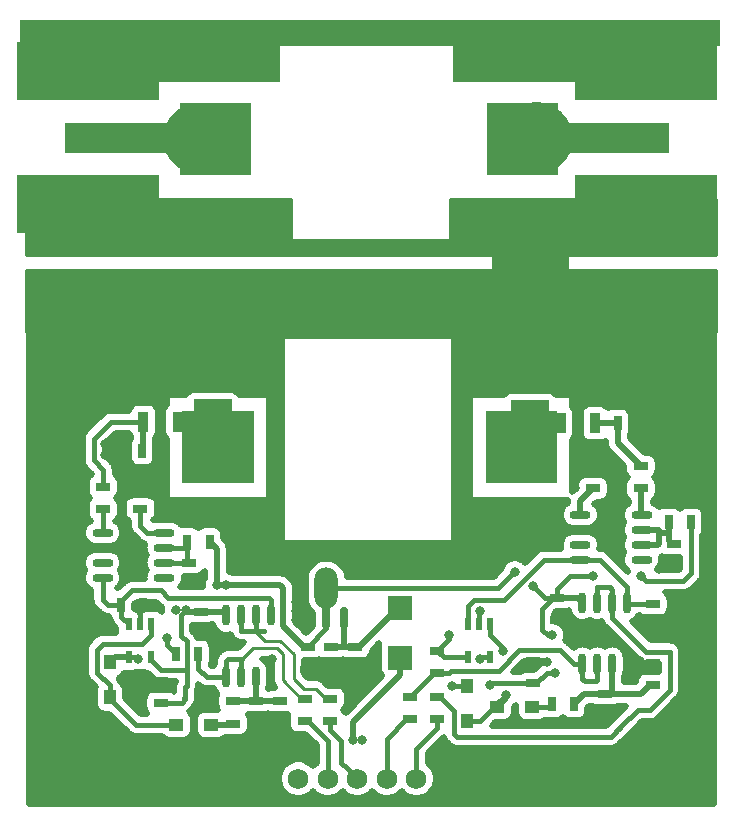
<source format=gtl>
%TF.GenerationSoftware,KiCad,Pcbnew,(5.1.4)-1*%
%TF.CreationDate,2019-12-13T01:47:11+08:00*%
%TF.ProjectId,Directional_coupler,44697265-6374-4696-9f6e-616c5f636f75,rev?*%
%TF.SameCoordinates,Original*%
%TF.FileFunction,Copper,L1,Top*%
%TF.FilePolarity,Positive*%
%FSLAX46Y46*%
G04 Gerber Fmt 4.6, Leading zero omitted, Abs format (unit mm)*
G04 Created by KiCad (PCBNEW (5.1.4)-1) date 2019-12-13 01:47:11*
%MOMM*%
%LPD*%
G04 APERTURE LIST*
%ADD10C,0.100000*%
%ADD11R,0.700000X1.300000*%
%ADD12R,1.000000X1.250000*%
%ADD13R,0.600000X1.100000*%
%ADD14C,0.800000*%
%ADD15C,6.000000*%
%ADD16C,1.750000*%
%ADD17R,1.750000X1.750000*%
%ADD18R,1.300000X0.700000*%
%ADD19R,1.250000X1.000000*%
%ADD20R,3.200000X1.000000*%
%ADD21R,0.900000X1.700000*%
%ADD22O,0.700000X1.900000*%
%ADD23O,2.000000X3.500000*%
%ADD24O,0.700000X2.100000*%
%ADD25O,0.700000X1.800000*%
%ADD26O,1.800000X0.700000*%
%ADD27R,12.000000X5.000000*%
%ADD28R,8.000000X2.500000*%
%ADD29R,2.000000X2.000000*%
%ADD30C,0.508000*%
%ADD31C,0.381000*%
%ADD32C,2.540000*%
%ADD33C,6.000000*%
%ADD34C,0.254000*%
%ADD35C,0.350000*%
G04 APERTURE END LIST*
D10*
G36*
X72263000Y-55372000D02*
G01*
X61849000Y-55372000D01*
X61849000Y-51689000D01*
X72263000Y-51689000D01*
X72263000Y-55372000D01*
G37*
X72263000Y-55372000D02*
X61849000Y-55372000D01*
X61849000Y-51689000D01*
X72263000Y-51689000D01*
X72263000Y-55372000D01*
G36*
X109474000Y-52324000D02*
G01*
X50292000Y-52324000D01*
X50292000Y-50165000D01*
X109474000Y-50165000D01*
X109474000Y-52324000D01*
G37*
X109474000Y-52324000D02*
X50292000Y-52324000D01*
X50292000Y-50165000D01*
X109474000Y-50165000D01*
X109474000Y-52324000D01*
G36*
X97663000Y-55372000D02*
G01*
X86995000Y-55372000D01*
X86995000Y-51689000D01*
X97663000Y-51689000D01*
X97663000Y-55372000D01*
G37*
X97663000Y-55372000D02*
X86995000Y-55372000D01*
X86995000Y-51689000D01*
X97663000Y-51689000D01*
X97663000Y-55372000D01*
G36*
X69800000Y-63200000D02*
G01*
X63832000Y-63200000D01*
X63832000Y-57200000D01*
X69800000Y-57200000D01*
X69800000Y-63200000D01*
G37*
X69800000Y-63200000D02*
X63832000Y-63200000D01*
X63832000Y-57200000D01*
X69800000Y-57200000D01*
X69800000Y-63200000D01*
G36*
X95700000Y-89300000D02*
G01*
X89732000Y-89300000D01*
X89732000Y-83300000D01*
X95700000Y-83300000D01*
X95700000Y-89300000D01*
G37*
X95700000Y-89300000D02*
X89732000Y-89300000D01*
X89732000Y-83300000D01*
X95700000Y-83300000D01*
X95700000Y-89300000D01*
G36*
X70000000Y-89300000D02*
G01*
X64032000Y-89300000D01*
X64032000Y-83300000D01*
X70000000Y-83300000D01*
X70000000Y-89300000D01*
G37*
X70000000Y-89300000D02*
X64032000Y-89300000D01*
X64032000Y-83300000D01*
X70000000Y-83300000D01*
X70000000Y-89300000D01*
G36*
X95768000Y-63200000D02*
G01*
X89800000Y-63200000D01*
X89800000Y-57200000D01*
X95768000Y-57200000D01*
X95768000Y-63200000D01*
G37*
X95768000Y-63200000D02*
X89800000Y-63200000D01*
X89800000Y-57200000D01*
X95768000Y-57200000D01*
X95768000Y-63200000D01*
D11*
X97216000Y-108077000D03*
X95316000Y-108077000D03*
D12*
X88138000Y-109552000D03*
X88138000Y-106602000D03*
X57912000Y-107520000D03*
X57912000Y-104570000D03*
D13*
X90104000Y-104143000D03*
X88204000Y-104143000D03*
X88204000Y-101343000D03*
X89154000Y-101343000D03*
X90104000Y-101343000D03*
X61402000Y-104143000D03*
X59502000Y-104143000D03*
X59502000Y-101343000D03*
X60452000Y-101343000D03*
X61402000Y-101343000D03*
D14*
X57056810Y-73812500D03*
X57056810Y-76187500D03*
X55000000Y-77375000D03*
X52943190Y-76187500D03*
X52943190Y-73812500D03*
X55000000Y-72625000D03*
D15*
X55000000Y-75000000D03*
D14*
X57056810Y-111312500D03*
X57056810Y-113687500D03*
X55000000Y-114875000D03*
X52943190Y-113687500D03*
X52943190Y-111312500D03*
X55000000Y-110125000D03*
D15*
X55000000Y-112500000D03*
D14*
X106814810Y-110999500D03*
X106814810Y-113374500D03*
X104758000Y-114562000D03*
X102701190Y-113374500D03*
X102701190Y-110999500D03*
X104758000Y-109812000D03*
D15*
X104758000Y-112187000D03*
D14*
X107056810Y-73812500D03*
X107056810Y-76187500D03*
X105000000Y-77375000D03*
X102943190Y-76187500D03*
X102943190Y-73812500D03*
X105000000Y-72625000D03*
D15*
X105000000Y-75000000D03*
D16*
X73860000Y-114427000D03*
X76360000Y-114427000D03*
X78860000Y-114427000D03*
X81360000Y-114427000D03*
X83860000Y-114427000D03*
D17*
X86360000Y-114427000D03*
D18*
X74650000Y-105192000D03*
X74650000Y-103292000D03*
X72300000Y-109750000D03*
X72300000Y-107850000D03*
X70250000Y-107850000D03*
X70250000Y-109750000D03*
X68350000Y-109750000D03*
X68350000Y-107850000D03*
D19*
X93677000Y-108331000D03*
X90727000Y-108331000D03*
X66499000Y-109855000D03*
X63549000Y-109855000D03*
D20*
X93472000Y-76656000D03*
X93472000Y-82856000D03*
X66600000Y-76600000D03*
X66600000Y-82800000D03*
D21*
X96086000Y-84328000D03*
X98986000Y-84328000D03*
X60750000Y-84200000D03*
X63650000Y-84200000D03*
D18*
X85598000Y-109408000D03*
X85598000Y-107508000D03*
X85598000Y-105471000D03*
X85598000Y-103571000D03*
X76550000Y-107650000D03*
X76550000Y-109550000D03*
D11*
X64450000Y-94350000D03*
X66350000Y-94350000D03*
D18*
X99822000Y-107254000D03*
X99822000Y-109154000D03*
X83312000Y-109408000D03*
X83312000Y-107508000D03*
D11*
X63500000Y-103900000D03*
X65400000Y-103900000D03*
D18*
X74400000Y-107650000D03*
X74400000Y-109550000D03*
D11*
X100904000Y-84328000D03*
X102804000Y-84328000D03*
X60650000Y-86650000D03*
X58750000Y-86650000D03*
X105222000Y-92710000D03*
X107122000Y-92710000D03*
D18*
X76630000Y-105192000D03*
X76630000Y-103292000D03*
X78662000Y-103292000D03*
X78662000Y-105192000D03*
X95758000Y-99126000D03*
X95758000Y-101026000D03*
X64600000Y-96150000D03*
X64600000Y-98050000D03*
X103886000Y-104587000D03*
X103886000Y-106487000D03*
X65600000Y-100300000D03*
X65600000Y-102200000D03*
X103886000Y-101534000D03*
X103886000Y-99634000D03*
X98806000Y-87950000D03*
X98806000Y-89850000D03*
X60500000Y-91550000D03*
X60500000Y-89650000D03*
X93726000Y-106360000D03*
X93726000Y-104460000D03*
D11*
X60750000Y-99700000D03*
X58850000Y-99700000D03*
D18*
X102870000Y-87950000D03*
X102870000Y-89850000D03*
X57350000Y-91600000D03*
X57350000Y-89700000D03*
X62250000Y-108011000D03*
X62250000Y-106111000D03*
X105664000Y-94554000D03*
X105664000Y-96454000D03*
D22*
X77750000Y-100800000D03*
D23*
X76250000Y-98300000D03*
D24*
X76250000Y-100700000D03*
D22*
X74750000Y-100800000D03*
D25*
X97917000Y-99508000D03*
X99187000Y-99508000D03*
X100457000Y-99508000D03*
X101727000Y-99508000D03*
X101727000Y-104708000D03*
X100457000Y-104708000D03*
X99187000Y-104708000D03*
X97917000Y-104708000D03*
D26*
X102930000Y-92075000D03*
X102930000Y-93345000D03*
X102930000Y-94615000D03*
X102930000Y-95885000D03*
X97730000Y-95885000D03*
X97730000Y-94615000D03*
X97730000Y-93345000D03*
X97730000Y-92075000D03*
X62500000Y-93595000D03*
X62500000Y-94865000D03*
X62500000Y-96135000D03*
X62500000Y-97405000D03*
X57300000Y-97405000D03*
X57300000Y-96135000D03*
X57300000Y-94865000D03*
X57300000Y-93595000D03*
D25*
X67745000Y-100600000D03*
X69015000Y-100600000D03*
X70285000Y-100600000D03*
X71555000Y-100600000D03*
X71555000Y-105800000D03*
X70285000Y-105800000D03*
X69015000Y-105800000D03*
X67745000Y-105800000D03*
D14*
X102353000Y-52779000D03*
X100353000Y-52779000D03*
X98353000Y-54557000D03*
X100353000Y-54557000D03*
X104353000Y-56335000D03*
X102353000Y-54557000D03*
X108353000Y-52779000D03*
X98353000Y-52779000D03*
X108353000Y-56335000D03*
X106353000Y-56335000D03*
X100353000Y-56335000D03*
X108353000Y-54557000D03*
X106353000Y-54557000D03*
X102353000Y-56335000D03*
X104353000Y-52779000D03*
X106353000Y-52779000D03*
X98353000Y-56335000D03*
X104353000Y-54557000D03*
X106353000Y-65733000D03*
X104353000Y-65733000D03*
X100353000Y-65733000D03*
X98353000Y-65733000D03*
X108353000Y-65733000D03*
X102353000Y-65733000D03*
X106353000Y-63955000D03*
X104353000Y-63955000D03*
X100353000Y-63955000D03*
X98353000Y-63955000D03*
X108353000Y-63955000D03*
X102353000Y-63955000D03*
X98353000Y-67511000D03*
X100353000Y-67511000D03*
X102353000Y-67511000D03*
X104353000Y-67511000D03*
X106353000Y-67511000D03*
X108353000Y-67511000D03*
D27*
X103273000Y-54545000D03*
X103273000Y-65745000D03*
D28*
X101273000Y-60145000D03*
D14*
X57013000Y-67511000D03*
X59013000Y-67511000D03*
X61013000Y-65733000D03*
X59013000Y-65733000D03*
X55013000Y-63955000D03*
X57013000Y-65733000D03*
X51013000Y-67511000D03*
X61013000Y-67511000D03*
X51013000Y-63955000D03*
X53013000Y-63955000D03*
X59013000Y-63955000D03*
X51013000Y-65733000D03*
X53013000Y-65733000D03*
X57013000Y-63955000D03*
X55013000Y-67511000D03*
X53013000Y-67511000D03*
X61013000Y-63955000D03*
X55013000Y-65733000D03*
X53013000Y-54557000D03*
X55013000Y-54557000D03*
X59013000Y-54557000D03*
X61013000Y-54557000D03*
X51013000Y-54557000D03*
X57013000Y-54557000D03*
X53013000Y-56335000D03*
X55013000Y-56335000D03*
X59013000Y-56335000D03*
X61013000Y-56335000D03*
X51013000Y-56335000D03*
X57013000Y-56335000D03*
X61013000Y-52779000D03*
X59013000Y-52779000D03*
X57013000Y-52779000D03*
X55013000Y-52779000D03*
X53013000Y-52779000D03*
X51013000Y-52779000D03*
D27*
X56093000Y-65745000D03*
X56093000Y-54545000D03*
D28*
X58093000Y-60145000D03*
D29*
X82468000Y-99968000D03*
X82468000Y-104168000D03*
D14*
X108458000Y-98425000D03*
X108458000Y-82169000D03*
X108458000Y-101473000D03*
X108458000Y-105029000D03*
X108458000Y-85217000D03*
X108458000Y-95377000D03*
X108458000Y-79121000D03*
X108458000Y-92837000D03*
X108458000Y-88773000D03*
X108458000Y-109093000D03*
X102870000Y-116205000D03*
X96774000Y-116205000D03*
X93726000Y-116205000D03*
X90678000Y-116205000D03*
X99822000Y-116205000D03*
X61214000Y-116205000D03*
X64262000Y-116205000D03*
X58166000Y-116205000D03*
X70358000Y-116205000D03*
X67310000Y-116205000D03*
X51562000Y-98425000D03*
X51562000Y-101473000D03*
X51562000Y-95377000D03*
X51562000Y-109093000D03*
X51562000Y-105029000D03*
X60758000Y-75819000D03*
X60758000Y-71755000D03*
X60758000Y-73787000D03*
X99614000Y-73787000D03*
X99614000Y-75819000D03*
X99614000Y-71755000D03*
X73660000Y-99441000D03*
X57531000Y-86106000D03*
X57531000Y-86995000D03*
X103886000Y-84709000D03*
X103886000Y-83947000D03*
X55626000Y-94869000D03*
X65532000Y-97663000D03*
X66802000Y-102235000D03*
X71628000Y-104267000D03*
X76454000Y-106045000D03*
X77724000Y-106045000D03*
X78740000Y-106045000D03*
X73660000Y-100965000D03*
X73660000Y-100203000D03*
X101854000Y-106045000D03*
X104394000Y-96647000D03*
X96266000Y-93345000D03*
X98806000Y-86995000D03*
X97028000Y-100965000D03*
X70358000Y-110871000D03*
X63754000Y-71755000D03*
X66802000Y-71755000D03*
X70358000Y-71755000D03*
X74422000Y-71755000D03*
X78486000Y-71755000D03*
X82550000Y-71755000D03*
X86614000Y-71755000D03*
X91186000Y-71755000D03*
X95758000Y-71755000D03*
X95758000Y-73787000D03*
X91186000Y-73787000D03*
X86614000Y-73787000D03*
X82550000Y-73787000D03*
X78486000Y-73787000D03*
X74422000Y-73787000D03*
X70358000Y-73787000D03*
X66802000Y-73787000D03*
X63754000Y-73787000D03*
X63754000Y-75819000D03*
X70358000Y-75819000D03*
X74422000Y-75819000D03*
X78486000Y-75819000D03*
X82550000Y-75819000D03*
X86614000Y-75819000D03*
X91186000Y-75819000D03*
X95758000Y-75819000D03*
X62738000Y-54483000D03*
X65786000Y-54483000D03*
X69342000Y-54483000D03*
X71882000Y-54483000D03*
X72644000Y-51435000D03*
X77216000Y-51435000D03*
X82296000Y-51435000D03*
X86360000Y-51435000D03*
X88138000Y-54483000D03*
X91694000Y-54483000D03*
X94742000Y-54483000D03*
X62738000Y-66167000D03*
X65786000Y-66167000D03*
X69342000Y-66167000D03*
X71882000Y-66167000D03*
X73914000Y-69215000D03*
X76962000Y-69215000D03*
X80518000Y-69215000D03*
X84582000Y-69215000D03*
X88646000Y-68707000D03*
X88646000Y-66167000D03*
X91694000Y-66167000D03*
X94742000Y-66167000D03*
X104002113Y-102234023D03*
X102803705Y-104479840D03*
X100838000Y-108585000D03*
X60706000Y-106045000D03*
X61722000Y-99695000D03*
X94935283Y-104510009D03*
X89216717Y-100244207D03*
X51562000Y-79121000D03*
X51562000Y-82169000D03*
X51562000Y-85217000D03*
X51562000Y-88773000D03*
X51562000Y-92837000D03*
X106934000Y-116205000D03*
X108458000Y-113157000D03*
X51562000Y-115697000D03*
X62230000Y-87249000D03*
X62230000Y-89789000D03*
X63754000Y-91313000D03*
X65786000Y-91313000D03*
X67818000Y-91313000D03*
X69850000Y-91313000D03*
X71882000Y-89789000D03*
X71882000Y-87757000D03*
X71882000Y-85217000D03*
X71882000Y-82677000D03*
X71374000Y-80645000D03*
X69850000Y-80645000D03*
X67818000Y-80645000D03*
X65786000Y-80645000D03*
X63754000Y-80645000D03*
X62230000Y-81661000D03*
X62230000Y-84201000D03*
X95504000Y-91313000D03*
X93218000Y-91313000D03*
X90678000Y-91313000D03*
X88138000Y-91313000D03*
X88138000Y-88519000D03*
X88138000Y-85471000D03*
X88138000Y-82169000D03*
X90424000Y-80899000D03*
X93472000Y-80899000D03*
X96520000Y-80645000D03*
X97536000Y-82677000D03*
X97536000Y-84963000D03*
X97536000Y-86995000D03*
X97282000Y-89789000D03*
X78486000Y-111125000D03*
X79248000Y-111125000D03*
X60320998Y-104267000D03*
X62738000Y-102489000D03*
X64350000Y-100150000D03*
X66950000Y-98050000D03*
X63550000Y-100150000D03*
X67750000Y-98050000D03*
X98806000Y-97282000D03*
X102870000Y-97282000D03*
X95377000Y-102259078D03*
X89285002Y-104267000D03*
X95575219Y-105502617D03*
X90080995Y-106464011D03*
X93769246Y-98145500D03*
X92202000Y-96901000D03*
X91440000Y-107315000D03*
X91184585Y-103567206D03*
X86868000Y-106553000D03*
X86614000Y-102235000D03*
D30*
X105222000Y-94300000D02*
X105410000Y-94488000D01*
X104653000Y-93660000D02*
X105222000Y-93660000D01*
X104338000Y-93345000D02*
X104653000Y-93660000D01*
X102930000Y-93345000D02*
X104338000Y-93345000D01*
X105222000Y-92710000D02*
X105222000Y-93660000D01*
X105222000Y-93660000D02*
X105222000Y-94300000D01*
X104338000Y-94615000D02*
X104394000Y-94559000D01*
X102930000Y-94615000D02*
X104338000Y-94615000D01*
X104394000Y-93401000D02*
X104338000Y-93345000D01*
X104394000Y-94559000D02*
X104394000Y-93401000D01*
X58750000Y-87900000D02*
X60500000Y-89650000D01*
X58750000Y-86650000D02*
X58750000Y-87900000D01*
X57300000Y-94865000D02*
X55630000Y-94865000D01*
X55630000Y-94865000D02*
X55626000Y-94869000D01*
X65145000Y-98050000D02*
X65532000Y-97663000D01*
X64600000Y-98050000D02*
X65145000Y-98050000D01*
X66767000Y-102200000D02*
X66802000Y-102235000D01*
X65600000Y-102200000D02*
X66767000Y-102200000D01*
X71555000Y-105800000D02*
X71555000Y-104340000D01*
X71555000Y-104340000D02*
X71628000Y-104267000D01*
X74650000Y-105192000D02*
X78662000Y-105192000D01*
X74750000Y-100800000D02*
X73825000Y-100800000D01*
X73825000Y-100800000D02*
X73660000Y-100203000D01*
X73660000Y-100203000D02*
X73660000Y-100965000D01*
D31*
X101727000Y-104708000D02*
X101727000Y-105918000D01*
X101727000Y-105918000D02*
X101854000Y-106045000D01*
X105664000Y-96454000D02*
X104587000Y-96454000D01*
X104587000Y-96454000D02*
X104394000Y-96647000D01*
X97730000Y-93345000D02*
X96266000Y-93345000D01*
X98806000Y-87950000D02*
X98806000Y-86995000D01*
X95758000Y-101026000D02*
X96967000Y-101026000D01*
X96967000Y-101026000D02*
X97028000Y-100965000D01*
X72300000Y-109750000D02*
X70250000Y-109750000D01*
X70250000Y-109750000D02*
X70250000Y-110763000D01*
X70250000Y-110763000D02*
X70358000Y-110871000D01*
X66600000Y-75719000D02*
X66758000Y-75561000D01*
X66600000Y-76600000D02*
X66600000Y-75719000D01*
X104091501Y-109961201D02*
X102972200Y-111080502D01*
X102855000Y-104587000D02*
X102803705Y-104535705D01*
X102803705Y-104535705D02*
X102803705Y-104479840D01*
X104002113Y-101668338D02*
X104002113Y-102234023D01*
X103886000Y-104587000D02*
X102855000Y-104587000D01*
X103886000Y-101534000D02*
X104002113Y-101650113D01*
X104002113Y-101650113D02*
X104002113Y-101668338D01*
X99822000Y-109154000D02*
X100269000Y-109154000D01*
X100269000Y-109154000D02*
X100838000Y-108585000D01*
X93472000Y-76656000D02*
X93472000Y-74973000D01*
X62250000Y-106111000D02*
X60772000Y-106111000D01*
X60772000Y-106111000D02*
X60706000Y-106045000D01*
X60452000Y-99998000D02*
X60750000Y-99700000D01*
X60452000Y-101343000D02*
X60452000Y-99998000D01*
X60750000Y-99700000D02*
X61717000Y-99700000D01*
X61717000Y-99700000D02*
X61722000Y-99695000D01*
D30*
X57300000Y-94865000D02*
X58924000Y-94865000D01*
D31*
X93726000Y-104460000D02*
X94885274Y-104460000D01*
X94885274Y-104460000D02*
X94935283Y-104510009D01*
X89154000Y-101343000D02*
X89154000Y-100306924D01*
X89154000Y-100306924D02*
X89216717Y-100244207D01*
D30*
X78486000Y-110559315D02*
X78486000Y-111125000D01*
X78486000Y-109658000D02*
X78486000Y-110559315D01*
X82468000Y-105676000D02*
X78486000Y-109658000D01*
X82468000Y-104168000D02*
X82468000Y-105676000D01*
D31*
X57350000Y-93545000D02*
X57300000Y-93595000D01*
X57350000Y-91600000D02*
X57350000Y-93545000D01*
D30*
X60750000Y-84200000D02*
X60750000Y-87000000D01*
D31*
X59919000Y-84200000D02*
X60750000Y-84200000D01*
X57999178Y-84200000D02*
X59919000Y-84200000D01*
X56559499Y-85639679D02*
X57999178Y-84200000D01*
X56559499Y-87461321D02*
X56559499Y-85639679D01*
X57350000Y-88251822D02*
X56559499Y-87461321D01*
X57350000Y-89700000D02*
X57350000Y-88251822D01*
D30*
X98986000Y-84328000D02*
X100904000Y-84328000D01*
X100904000Y-85984000D02*
X102870000Y-87950000D01*
X100904000Y-84328000D02*
X100904000Y-85984000D01*
X102870000Y-92015000D02*
X102930000Y-92075000D01*
X102870000Y-89850000D02*
X102870000Y-92015000D01*
D31*
X57300000Y-97405000D02*
X57300000Y-99250000D01*
X57750000Y-99700000D02*
X58850000Y-99700000D01*
X57300000Y-99250000D02*
X57750000Y-99700000D01*
X62197323Y-98478499D02*
X59771501Y-98478499D01*
X58850000Y-99400000D02*
X58850000Y-99700000D01*
X71364490Y-99128490D02*
X62847314Y-99128490D01*
X59771501Y-98478499D02*
X58850000Y-99400000D01*
X71555000Y-99319000D02*
X71364490Y-99128490D01*
X71555000Y-100600000D02*
X71555000Y-99319000D01*
X62847314Y-99128490D02*
X62197323Y-98478499D01*
X58850000Y-100691000D02*
X59502000Y-101343000D01*
X58850000Y-99700000D02*
X58850000Y-100691000D01*
D30*
X68350000Y-107850000D02*
X72300000Y-107850000D01*
X70250000Y-105835000D02*
X70285000Y-105800000D01*
X70250000Y-107850000D02*
X70250000Y-105835000D01*
D31*
X60500000Y-93003000D02*
X61092000Y-93595000D01*
X60500000Y-91550000D02*
X60500000Y-93003000D01*
X62500000Y-93595000D02*
X61092000Y-93595000D01*
D30*
X97730000Y-90926000D02*
X98806000Y-89850000D01*
X97730000Y-92075000D02*
X97730000Y-90926000D01*
D31*
X101853000Y-99634000D02*
X101727000Y-99508000D01*
X103886000Y-99634000D02*
X101853000Y-99634000D01*
X101727000Y-98227000D02*
X101727000Y-99508000D01*
X99385000Y-95885000D02*
X101727000Y-98227000D01*
X97730000Y-95885000D02*
X99385000Y-95885000D01*
X88204000Y-101343000D02*
X88204000Y-99819102D01*
X88204000Y-99819102D02*
X88750396Y-99272706D01*
X88750396Y-99272706D02*
X91268116Y-99272706D01*
X91268116Y-99272706D02*
X94655822Y-95885000D01*
X94655822Y-95885000D02*
X96449000Y-95885000D01*
X96449000Y-95885000D02*
X97730000Y-95885000D01*
D30*
X98298000Y-107254000D02*
X102870000Y-107254000D01*
X100457000Y-104708000D02*
X100457000Y-106619000D01*
X100457000Y-107127000D02*
X100584000Y-107254000D01*
X100457000Y-104708000D02*
X100457000Y-107127000D01*
X103637000Y-106487000D02*
X102870000Y-107254000D01*
X103886000Y-106487000D02*
X103637000Y-106487000D01*
X98039000Y-107254000D02*
X97216000Y-108077000D01*
X99822000Y-107254000D02*
X98039000Y-107254000D01*
D31*
X64535000Y-94865000D02*
X64550000Y-94850000D01*
X62500000Y-94865000D02*
X64535000Y-94865000D01*
X64450000Y-96000000D02*
X64600000Y-96150000D01*
X64450000Y-94350000D02*
X64450000Y-96000000D01*
X64385000Y-96135000D02*
X64400000Y-96150000D01*
X62500000Y-96135000D02*
X64385000Y-96135000D01*
D30*
X77750000Y-103200000D02*
X77700000Y-103250000D01*
X82286000Y-99968000D02*
X82468000Y-99968000D01*
X78962000Y-103292000D02*
X82286000Y-99968000D01*
X78662000Y-103292000D02*
X78962000Y-103292000D01*
X76630000Y-103292000D02*
X78662000Y-103292000D01*
X77750000Y-100800000D02*
X77750000Y-103200000D01*
D31*
X57912000Y-106514000D02*
X57912000Y-107520000D01*
X56840499Y-105442499D02*
X57912000Y-106514000D01*
X56840499Y-103487799D02*
X56840499Y-105442499D01*
X57306799Y-103021499D02*
X56840499Y-103487799D01*
X61402000Y-102274000D02*
X60654501Y-103021499D01*
X60654501Y-103021499D02*
X57306799Y-103021499D01*
X61402000Y-101343000D02*
X61402000Y-102274000D01*
X62543000Y-109855000D02*
X63549000Y-109855000D01*
X60122000Y-109855000D02*
X62543000Y-109855000D01*
X57912000Y-107645000D02*
X60122000Y-109855000D01*
X57912000Y-107520000D02*
X57912000Y-107645000D01*
X59502000Y-104143000D02*
X60196998Y-104143000D01*
X60196998Y-104143000D02*
X60320998Y-104267000D01*
X62738000Y-103138000D02*
X63500000Y-103900000D01*
X62738000Y-102489000D02*
X62738000Y-103138000D01*
D30*
X58339000Y-104143000D02*
X57912000Y-104570000D01*
X59502000Y-104143000D02*
X58339000Y-104143000D01*
D32*
X66855000Y-60145000D02*
X68380000Y-60145000D01*
X58093000Y-60145000D02*
X65355000Y-60145000D01*
D33*
X65355000Y-60145000D02*
X65800000Y-60145000D01*
D32*
X101273000Y-60145000D02*
X92245000Y-60145000D01*
D33*
X94007500Y-60098500D02*
X94062500Y-60153500D01*
D32*
X92300000Y-60200000D02*
X92245000Y-60145000D01*
X93300000Y-60200000D02*
X92300000Y-60200000D01*
D30*
X65200000Y-84200000D02*
X66600000Y-82800000D01*
X63650000Y-84200000D02*
X65200000Y-84200000D01*
D31*
X94944000Y-84328000D02*
X93472000Y-82856000D01*
X96086000Y-84328000D02*
X94944000Y-84328000D01*
X67745000Y-105800000D02*
X66100000Y-105800000D01*
X65400000Y-105100000D02*
X65400000Y-103900000D01*
X66100000Y-105800000D02*
X65400000Y-105100000D01*
X69015000Y-104335000D02*
X69073490Y-104276510D01*
X69015000Y-105800000D02*
X69015000Y-104335000D01*
X69073490Y-104276510D02*
X68718490Y-104276510D01*
X68718490Y-104276510D02*
X68695000Y-104300000D01*
X68695000Y-104300000D02*
X67900000Y-104300000D01*
X67745000Y-104455000D02*
X67745000Y-105800000D01*
X67900000Y-104300000D02*
X67745000Y-104455000D01*
D34*
X74100000Y-107650000D02*
X72536002Y-106086002D01*
X69991002Y-103358998D02*
X69015000Y-104335000D01*
X72063842Y-103358998D02*
X69991002Y-103358998D01*
X72536002Y-103831158D02*
X72063842Y-103358998D01*
X72536002Y-106086002D02*
X72536002Y-103831158D01*
X74400000Y-107650000D02*
X74100000Y-107650000D01*
D31*
X74700000Y-109550000D02*
X74400000Y-109550000D01*
X76360000Y-111210000D02*
X74700000Y-109550000D01*
X76360000Y-114427000D02*
X76360000Y-111210000D01*
X83012000Y-109408000D02*
X83312000Y-109408000D01*
X81360000Y-111060000D02*
X83012000Y-109408000D01*
X81360000Y-114427000D02*
X81360000Y-111060000D01*
X77514498Y-113081498D02*
X77985001Y-113552001D01*
X77514498Y-111245498D02*
X77514498Y-113081498D01*
X76550000Y-110281000D02*
X77514498Y-111245498D01*
X76550000Y-109550000D02*
X76550000Y-110281000D01*
X77985001Y-113552001D02*
X78860000Y-114427000D01*
X83860000Y-113189564D02*
X83860000Y-114427000D01*
X83860000Y-111877000D02*
X83860000Y-113189564D01*
X85598000Y-110139000D02*
X83860000Y-111877000D01*
X85598000Y-109408000D02*
X85598000Y-110139000D01*
X99187000Y-98227000D02*
X100274000Y-98227000D01*
X100457000Y-98410000D02*
X100457000Y-99508000D01*
X100274000Y-98227000D02*
X100457000Y-98410000D01*
X99187000Y-99508000D02*
X99187000Y-98227000D01*
X100457000Y-99508000D02*
X100457000Y-100789000D01*
X100457000Y-100789000D02*
X103333499Y-103665499D01*
X103333499Y-103665499D02*
X105316499Y-103665499D01*
X105316499Y-103665499D02*
X105316499Y-106900501D01*
X105316499Y-106900501D02*
X103601501Y-108615499D01*
X103601501Y-108615499D02*
X102585501Y-108615499D01*
X102585501Y-108615499D02*
X101219000Y-109982000D01*
X101219000Y-109982000D02*
X100998499Y-110202501D01*
X100330000Y-110871000D02*
X101219000Y-109982000D01*
X87066499Y-110634201D02*
X87303298Y-110871000D01*
X87066499Y-108676499D02*
X87066499Y-110634201D01*
X87303298Y-110871000D02*
X100330000Y-110871000D01*
X85898000Y-107508000D02*
X87066499Y-108676499D01*
X85598000Y-107508000D02*
X85898000Y-107508000D01*
D30*
X67445000Y-100300000D02*
X67745000Y-100600000D01*
X65600000Y-100300000D02*
X67445000Y-100300000D01*
D31*
X75614000Y-97436000D02*
X75614000Y-98186000D01*
D30*
X76250000Y-101432000D02*
X76250000Y-100700000D01*
X76250000Y-98300000D02*
X76250000Y-100700000D01*
D31*
X65300000Y-100300000D02*
X65600000Y-100300000D01*
X76250000Y-101692000D02*
X74650000Y-103292000D01*
X76250000Y-100700000D02*
X76250000Y-101692000D01*
D30*
X65600000Y-100300000D02*
X64500000Y-100300000D01*
X64500000Y-100300000D02*
X64350000Y-100150000D01*
X97535000Y-99126000D02*
X97917000Y-99508000D01*
X95758000Y-99126000D02*
X97535000Y-99126000D01*
D31*
X95758000Y-99126000D02*
X95458000Y-99126000D01*
X95758000Y-98395000D02*
X96871000Y-97282000D01*
X95758000Y-99126000D02*
X95758000Y-98395000D01*
X96871000Y-97282000D02*
X98806000Y-97282000D01*
X107122000Y-93741000D02*
X107122000Y-92710000D01*
X107122000Y-97024702D02*
X107122000Y-93741000D01*
X106464703Y-97681999D02*
X107122000Y-97024702D01*
X103269999Y-97681999D02*
X106464703Y-97681999D01*
X102870000Y-97282000D02*
X103269999Y-97681999D01*
D30*
X72540010Y-101482010D02*
X74350000Y-103292000D01*
X74350000Y-103292000D02*
X74650000Y-103292000D01*
X72315020Y-98050000D02*
X72540010Y-98274990D01*
X67750000Y-98050000D02*
X72315020Y-98050000D01*
X72540010Y-98274990D02*
X72540010Y-101482010D01*
X66950000Y-94950000D02*
X66950000Y-98050000D01*
X66350000Y-94350000D02*
X66950000Y-94950000D01*
D31*
X64421501Y-106542499D02*
X64421501Y-104934501D01*
X64421501Y-102792799D02*
X64421501Y-104934501D01*
X64421501Y-104934501D02*
X64421501Y-105728499D01*
X64221000Y-107600000D02*
X64308000Y-107687000D01*
X94536499Y-101833201D02*
X94962376Y-102259078D01*
X94962376Y-102259078D02*
X95377000Y-102259078D01*
X95458000Y-99126000D02*
X94536499Y-100047501D01*
X94536499Y-100047501D02*
X94536499Y-101833201D01*
X64308000Y-106656000D02*
X64308000Y-107687000D01*
X64421501Y-106542499D02*
X64308000Y-106656000D01*
X63950001Y-102321299D02*
X64421501Y-102792799D01*
X63950001Y-100549999D02*
X63950001Y-102321299D01*
X64350000Y-100150000D02*
X63950001Y-100549999D01*
X63550000Y-100150000D02*
X63241000Y-100150000D01*
X63984000Y-108011000D02*
X64308000Y-107687000D01*
X62250000Y-108011000D02*
X63984000Y-108011000D01*
X62197501Y-105188501D02*
X64421501Y-105188501D01*
X61402000Y-104393000D02*
X62197501Y-105188501D01*
X61402000Y-104143000D02*
X61402000Y-104393000D01*
X64421501Y-102792799D02*
X64421501Y-105188501D01*
X64421501Y-105188501D02*
X64421501Y-106542499D01*
X89409002Y-104143000D02*
X89285002Y-104267000D01*
X90104000Y-104143000D02*
X89409002Y-104143000D01*
X90104000Y-106487000D02*
X90081011Y-106464011D01*
D30*
X66950000Y-98050000D02*
X67750000Y-98050000D01*
D31*
X92678498Y-106343498D02*
X92695000Y-106360000D01*
X92695000Y-106360000D02*
X93726000Y-106360000D01*
X90201524Y-106343498D02*
X92678498Y-106343498D01*
X90081011Y-106464011D02*
X90201524Y-106343498D01*
X93726000Y-106360000D02*
X94026000Y-106360000D01*
X95009534Y-105502617D02*
X95575219Y-105502617D01*
X94883383Y-105502617D02*
X95009534Y-105502617D01*
X94026000Y-106360000D02*
X94883383Y-105502617D01*
X90081011Y-106464011D02*
X90080995Y-106464011D01*
X91802001Y-97300999D02*
X92202000Y-96901000D01*
X76250000Y-98300000D02*
X90803000Y-98300000D01*
X90803000Y-98300000D02*
X91802001Y-97300999D01*
X94169245Y-98545499D02*
X93769246Y-98145500D01*
X94749746Y-99126000D02*
X94169245Y-98545499D01*
X95458000Y-99126000D02*
X94749746Y-99126000D01*
D30*
X68245000Y-109855000D02*
X68350000Y-109750000D01*
X66499000Y-109855000D02*
X68245000Y-109855000D01*
D31*
X95062000Y-108331000D02*
X95316000Y-108077000D01*
X93423000Y-108331000D02*
X95062000Y-108331000D01*
X90473000Y-108331000D02*
X90473000Y-108282000D01*
X90473000Y-108282000D02*
X91440000Y-107315000D01*
X91184585Y-103354585D02*
X91184585Y-103567206D01*
X90104000Y-102274000D02*
X91184585Y-103354585D01*
X90104000Y-101343000D02*
X90104000Y-102274000D01*
X89252000Y-109552000D02*
X90473000Y-108331000D01*
X88138000Y-109552000D02*
X89252000Y-109552000D01*
D30*
X91440000Y-107618000D02*
X90727000Y-108331000D01*
X91440000Y-107315000D02*
X91440000Y-107618000D01*
D31*
X86170000Y-104143000D02*
X85598000Y-103571000D01*
X88204000Y-104143000D02*
X86170000Y-104143000D01*
X88138000Y-106602000D02*
X86917000Y-106602000D01*
X86917000Y-106602000D02*
X86868000Y-106553000D01*
X86614000Y-102555000D02*
X85598000Y-103571000D01*
X86614000Y-102235000D02*
X86614000Y-102555000D01*
X97917000Y-105258000D02*
X97917000Y-104708000D01*
X97917000Y-105989000D02*
X98100000Y-106172000D01*
X97917000Y-104708000D02*
X97917000Y-105989000D01*
X99187000Y-106045000D02*
X99187000Y-104708000D01*
X99060000Y-106172000D02*
X99187000Y-106045000D01*
X98100000Y-106172000D02*
X98679000Y-106172000D01*
X98679000Y-106172000D02*
X99060000Y-106172000D01*
X85349000Y-105471000D02*
X83312000Y-107508000D01*
X85598000Y-105471000D02*
X85349000Y-105471000D01*
X86629000Y-105471000D02*
X85598000Y-105471000D01*
X97917000Y-104708000D02*
X97186000Y-104708000D01*
X97186000Y-104708000D02*
X96016499Y-103538499D01*
X96016499Y-103538499D02*
X92587203Y-103538499D01*
X90842702Y-105283000D02*
X86817000Y-105283000D01*
X92587203Y-103538499D02*
X90842702Y-105283000D01*
X86817000Y-105283000D02*
X86629000Y-105471000D01*
X69015000Y-100600000D02*
X69015000Y-101881000D01*
X69015000Y-101881000D02*
X70169000Y-101881000D01*
X70285000Y-101765000D02*
X70285000Y-100600000D01*
X70169000Y-101881000D02*
X70285000Y-101765000D01*
X70169000Y-101881000D02*
X70982789Y-101881000D01*
D34*
X71011987Y-102723987D02*
X72326872Y-102723987D01*
X73491999Y-103889114D02*
X73491999Y-105948401D01*
X72326872Y-102723987D02*
X73491999Y-103889114D01*
X73491999Y-105948401D02*
X74335597Y-106791999D01*
X76250000Y-107650000D02*
X76550000Y-107650000D01*
X75391999Y-106791999D02*
X76250000Y-107650000D01*
X70169000Y-101881000D02*
X71011987Y-102723987D01*
X74335597Y-106791999D02*
X75391999Y-106791999D01*
G36*
X58928000Y-87249000D02*
G01*
X57503297Y-87249000D01*
X57376999Y-87122702D01*
X57376999Y-85978298D01*
X57503297Y-85852000D01*
X58928000Y-85852000D01*
X58928000Y-87249000D01*
X58928000Y-87249000D01*
G37*
X58928000Y-87249000D02*
X57503297Y-87249000D01*
X57376999Y-87122702D01*
X57376999Y-85978298D01*
X57503297Y-85852000D01*
X58928000Y-85852000D01*
X58928000Y-87249000D01*
G36*
X104140000Y-84963000D02*
G01*
X102489000Y-84963000D01*
X102489000Y-83566000D01*
X104140000Y-83566000D01*
X104140000Y-84963000D01*
X104140000Y-84963000D01*
G37*
X104140000Y-84963000D02*
X102489000Y-84963000D01*
X102489000Y-83566000D01*
X104140000Y-83566000D01*
X104140000Y-84963000D01*
G36*
X79121000Y-106426000D02*
G01*
X76073000Y-106426000D01*
X76073000Y-105537000D01*
X76070560Y-105512224D01*
X76063333Y-105488399D01*
X76051597Y-105466443D01*
X76035803Y-105447197D01*
X76016557Y-105431403D01*
X75994601Y-105419667D01*
X75970776Y-105412440D01*
X75946000Y-105410000D01*
X74126999Y-105410000D01*
X74126999Y-104902000D01*
X79121000Y-104902000D01*
X79121000Y-106426000D01*
X79121000Y-106426000D01*
G37*
X79121000Y-106426000D02*
X76073000Y-106426000D01*
X76073000Y-105537000D01*
X76070560Y-105512224D01*
X76063333Y-105488399D01*
X76051597Y-105466443D01*
X76035803Y-105447197D01*
X76016557Y-105431403D01*
X75994601Y-105419667D01*
X75970776Y-105412440D01*
X75946000Y-105410000D01*
X74126999Y-105410000D01*
X74126999Y-104902000D01*
X79121000Y-104902000D01*
X79121000Y-106426000D01*
G36*
X74749386Y-99693992D02*
G01*
X74890654Y-99958285D01*
X75057000Y-100160979D01*
X75057000Y-101600000D01*
X74434577Y-101600000D01*
X73771258Y-101467336D01*
X73421010Y-101117089D01*
X73421010Y-99060000D01*
X74115394Y-99060000D01*
X74749386Y-99693992D01*
X74749386Y-99693992D01*
G37*
X74749386Y-99693992D02*
X74890654Y-99958285D01*
X75057000Y-100160979D01*
X75057000Y-101600000D01*
X74434577Y-101600000D01*
X73771258Y-101467336D01*
X73421010Y-101117089D01*
X73421010Y-99060000D01*
X74115394Y-99060000D01*
X74749386Y-99693992D01*
G36*
X109223001Y-76560000D02*
G01*
X50777000Y-76560000D01*
X50777000Y-71314000D01*
X109223001Y-71314000D01*
X109223001Y-76560000D01*
X109223001Y-76560000D01*
G37*
X109223001Y-76560000D02*
X50777000Y-76560000D01*
X50777000Y-71314000D01*
X109223001Y-71314000D01*
X109223001Y-76560000D01*
D30*
G36*
X109088000Y-116588000D02*
G01*
X51054000Y-116588000D01*
X51054000Y-96135000D01*
X55632620Y-96135000D01*
X55654090Y-96352990D01*
X55717675Y-96562603D01*
X55820932Y-96755783D01*
X55832600Y-96770000D01*
X55820932Y-96784217D01*
X55717675Y-96977397D01*
X55654090Y-97187010D01*
X55632620Y-97405000D01*
X55654090Y-97622990D01*
X55717675Y-97832603D01*
X55820932Y-98025783D01*
X55959893Y-98195107D01*
X56129217Y-98334068D01*
X56322397Y-98437325D01*
X56347501Y-98444940D01*
X56347501Y-99203206D01*
X56342892Y-99250000D01*
X56361283Y-99436722D01*
X56415749Y-99616269D01*
X56504194Y-99781740D01*
X56522828Y-99804446D01*
X56623223Y-99926778D01*
X56659565Y-99956603D01*
X57043393Y-100340431D01*
X57073222Y-100376778D01*
X57218259Y-100495806D01*
X57383731Y-100584252D01*
X57563277Y-100638717D01*
X57749999Y-100657108D01*
X57796784Y-100652500D01*
X57797668Y-100652500D01*
X57863355Y-100775392D01*
X57906366Y-100827801D01*
X57911283Y-100877722D01*
X57965749Y-101057269D01*
X58044511Y-101204623D01*
X58054195Y-101222741D01*
X58173223Y-101367778D01*
X58209564Y-101397602D01*
X58436314Y-101624352D01*
X58436314Y-101893000D01*
X58451026Y-102042378D01*
X58459101Y-102068999D01*
X57353584Y-102068999D01*
X57306799Y-102064391D01*
X57260014Y-102068999D01*
X57120076Y-102082782D01*
X57030303Y-102110015D01*
X56940529Y-102137247D01*
X56888338Y-102165144D01*
X56775058Y-102225693D01*
X56630021Y-102344721D01*
X56600192Y-102381068D01*
X56200068Y-102781192D01*
X56163721Y-102811021D01*
X56044693Y-102956058D01*
X55956247Y-103121531D01*
X55903886Y-103294140D01*
X55901782Y-103301077D01*
X55883391Y-103487799D01*
X55887999Y-103534584D01*
X55888000Y-105395705D01*
X55883391Y-105442499D01*
X55901782Y-105629221D01*
X55956248Y-105808768D01*
X56044693Y-105974239D01*
X56054938Y-105986723D01*
X56163722Y-106119277D01*
X56200063Y-106149101D01*
X56692576Y-106641615D01*
X56661026Y-106745622D01*
X56646314Y-106895000D01*
X56646314Y-108145000D01*
X56661026Y-108294378D01*
X56704598Y-108438015D01*
X56775355Y-108570392D01*
X56870578Y-108686422D01*
X56986608Y-108781645D01*
X57118985Y-108852402D01*
X57262622Y-108895974D01*
X57412000Y-108910686D01*
X57830648Y-108910686D01*
X59415397Y-110495436D01*
X59445222Y-110531778D01*
X59590259Y-110650806D01*
X59755731Y-110739252D01*
X59882826Y-110777806D01*
X59935277Y-110793717D01*
X60122000Y-110812108D01*
X60168785Y-110807500D01*
X62309602Y-110807500D01*
X62382578Y-110896422D01*
X62498608Y-110991645D01*
X62630985Y-111062402D01*
X62774622Y-111105974D01*
X62924000Y-111120686D01*
X64174000Y-111120686D01*
X64323378Y-111105974D01*
X64467015Y-111062402D01*
X64599392Y-110991645D01*
X64715422Y-110896422D01*
X64810645Y-110780392D01*
X64881402Y-110648015D01*
X64924974Y-110504378D01*
X64939686Y-110355000D01*
X64939686Y-109355000D01*
X64924974Y-109205622D01*
X64881402Y-109061985D01*
X64810645Y-108929608D01*
X64715422Y-108813578D01*
X64611456Y-108728255D01*
X64660778Y-108687778D01*
X64690607Y-108651431D01*
X64948431Y-108393607D01*
X64984778Y-108363778D01*
X65103806Y-108218741D01*
X65192252Y-108053269D01*
X65246717Y-107873723D01*
X65255480Y-107784753D01*
X65265108Y-107687001D01*
X65264544Y-107681269D01*
X65260500Y-107640216D01*
X65260500Y-106993431D01*
X65305753Y-106908768D01*
X65360218Y-106729222D01*
X65374001Y-106589284D01*
X65374001Y-106589283D01*
X65378609Y-106542499D01*
X65374001Y-106495714D01*
X65374001Y-106421039D01*
X65393393Y-106440431D01*
X65423222Y-106476778D01*
X65568259Y-106595806D01*
X65733731Y-106684252D01*
X65905352Y-106736313D01*
X65913277Y-106738717D01*
X66099999Y-106757108D01*
X66146784Y-106752500D01*
X66705060Y-106752500D01*
X66712675Y-106777602D01*
X66815932Y-106970783D01*
X66954893Y-107140107D01*
X67005949Y-107182007D01*
X66992598Y-107206985D01*
X66949026Y-107350622D01*
X66934314Y-107500000D01*
X66934314Y-108200000D01*
X66949026Y-108349378D01*
X66992598Y-108493015D01*
X67044071Y-108589314D01*
X65874000Y-108589314D01*
X65724622Y-108604026D01*
X65580985Y-108647598D01*
X65448608Y-108718355D01*
X65332578Y-108813578D01*
X65237355Y-108929608D01*
X65166598Y-109061985D01*
X65123026Y-109205622D01*
X65108314Y-109355000D01*
X65108314Y-110355000D01*
X65123026Y-110504378D01*
X65166598Y-110648015D01*
X65237355Y-110780392D01*
X65332578Y-110896422D01*
X65448608Y-110991645D01*
X65580985Y-111062402D01*
X65724622Y-111105974D01*
X65874000Y-111120686D01*
X67124000Y-111120686D01*
X67273378Y-111105974D01*
X67417015Y-111062402D01*
X67549392Y-110991645D01*
X67665422Y-110896422D01*
X67686285Y-110871000D01*
X68195098Y-110871000D01*
X68245000Y-110875915D01*
X68294902Y-110871000D01*
X68348855Y-110865686D01*
X69000000Y-110865686D01*
X69149378Y-110850974D01*
X69293015Y-110807402D01*
X69425392Y-110736645D01*
X69541422Y-110641422D01*
X69636645Y-110525392D01*
X69707402Y-110393015D01*
X69750974Y-110249378D01*
X69765686Y-110100000D01*
X69765686Y-109400000D01*
X69750974Y-109250622D01*
X69707402Y-109106985D01*
X69636645Y-108974608D01*
X69629323Y-108965686D01*
X70900000Y-108965686D01*
X71049378Y-108950974D01*
X71193015Y-108907402D01*
X71270473Y-108866000D01*
X71279527Y-108866000D01*
X71356985Y-108907402D01*
X71500622Y-108950974D01*
X71650000Y-108965686D01*
X72950000Y-108965686D01*
X73027094Y-108958093D01*
X72999026Y-109050622D01*
X72984314Y-109200000D01*
X72984314Y-109900000D01*
X72999026Y-110049378D01*
X73042598Y-110193015D01*
X73113355Y-110325392D01*
X73208578Y-110441422D01*
X73324608Y-110536645D01*
X73456985Y-110607402D01*
X73600622Y-110650974D01*
X73750000Y-110665686D01*
X74468648Y-110665686D01*
X75407501Y-111604539D01*
X75407500Y-113094636D01*
X75316473Y-113155459D01*
X75110000Y-113361932D01*
X74903527Y-113155459D01*
X74635410Y-112976309D01*
X74337495Y-112852909D01*
X74021230Y-112790000D01*
X73698770Y-112790000D01*
X73382505Y-112852909D01*
X73084590Y-112976309D01*
X72816473Y-113155459D01*
X72588459Y-113383473D01*
X72409309Y-113651590D01*
X72285909Y-113949505D01*
X72223000Y-114265770D01*
X72223000Y-114588230D01*
X72285909Y-114904495D01*
X72409309Y-115202410D01*
X72588459Y-115470527D01*
X72816473Y-115698541D01*
X73084590Y-115877691D01*
X73382505Y-116001091D01*
X73698770Y-116064000D01*
X74021230Y-116064000D01*
X74337495Y-116001091D01*
X74635410Y-115877691D01*
X74903527Y-115698541D01*
X75110000Y-115492068D01*
X75316473Y-115698541D01*
X75584590Y-115877691D01*
X75882505Y-116001091D01*
X76198770Y-116064000D01*
X76521230Y-116064000D01*
X76837495Y-116001091D01*
X77135410Y-115877691D01*
X77403527Y-115698541D01*
X77610000Y-115492068D01*
X77816473Y-115698541D01*
X78084590Y-115877691D01*
X78382505Y-116001091D01*
X78698770Y-116064000D01*
X79021230Y-116064000D01*
X79337495Y-116001091D01*
X79635410Y-115877691D01*
X79903527Y-115698541D01*
X80110000Y-115492068D01*
X80316473Y-115698541D01*
X80584590Y-115877691D01*
X80882505Y-116001091D01*
X81198770Y-116064000D01*
X81521230Y-116064000D01*
X81837495Y-116001091D01*
X82135410Y-115877691D01*
X82403527Y-115698541D01*
X82610000Y-115492068D01*
X82816473Y-115698541D01*
X83084590Y-115877691D01*
X83382505Y-116001091D01*
X83698770Y-116064000D01*
X84021230Y-116064000D01*
X84337495Y-116001091D01*
X84635410Y-115877691D01*
X84903527Y-115698541D01*
X85131541Y-115470527D01*
X85310691Y-115202410D01*
X85434091Y-114904495D01*
X85497000Y-114588230D01*
X85497000Y-114265770D01*
X85434091Y-113949505D01*
X85310691Y-113651590D01*
X85131541Y-113383473D01*
X84903527Y-113155459D01*
X84812500Y-113094637D01*
X84812500Y-112271538D01*
X86159281Y-110924758D01*
X86182248Y-111000470D01*
X86257479Y-111141218D01*
X86270694Y-111165942D01*
X86389722Y-111310979D01*
X86426065Y-111340805D01*
X86596687Y-111511427D01*
X86626520Y-111547778D01*
X86771557Y-111666806D01*
X86937029Y-111755252D01*
X87116575Y-111809717D01*
X87303297Y-111828108D01*
X87350082Y-111823500D01*
X100283215Y-111823500D01*
X100330000Y-111828108D01*
X100376785Y-111823500D01*
X100516723Y-111809717D01*
X100696269Y-111755252D01*
X100861741Y-111666806D01*
X101006778Y-111547778D01*
X101036607Y-111511431D01*
X101925601Y-110622438D01*
X101925605Y-110622433D01*
X102980040Y-109567999D01*
X103554716Y-109567999D01*
X103601501Y-109572607D01*
X103648286Y-109567999D01*
X103788224Y-109554216D01*
X103967770Y-109499751D01*
X104133242Y-109411305D01*
X104278279Y-109292277D01*
X104308108Y-109255930D01*
X105956930Y-107607108D01*
X105993277Y-107577279D01*
X106112305Y-107432242D01*
X106200751Y-107266770D01*
X106255216Y-107087224D01*
X106268999Y-106947286D01*
X106273607Y-106900502D01*
X106268999Y-106853717D01*
X106268999Y-103712284D01*
X106273607Y-103665499D01*
X106255216Y-103478776D01*
X106200751Y-103299230D01*
X106112305Y-103133758D01*
X105993277Y-102988721D01*
X105848240Y-102869693D01*
X105682768Y-102781247D01*
X105503222Y-102726782D01*
X105363284Y-102712999D01*
X105316499Y-102708391D01*
X105269714Y-102712999D01*
X103728038Y-102712999D01*
X102116823Y-101101785D01*
X102154602Y-101090325D01*
X102347783Y-100987068D01*
X102517107Y-100848107D01*
X102656068Y-100678783D01*
X102705394Y-100586500D01*
X102769002Y-100586500D01*
X102810608Y-100620645D01*
X102942985Y-100691402D01*
X103086622Y-100734974D01*
X103236000Y-100749686D01*
X104536000Y-100749686D01*
X104685378Y-100734974D01*
X104829015Y-100691402D01*
X104961392Y-100620645D01*
X105077422Y-100525422D01*
X105172645Y-100409392D01*
X105243402Y-100277015D01*
X105286974Y-100133378D01*
X105301686Y-99984000D01*
X105301686Y-99284000D01*
X105286974Y-99134622D01*
X105243402Y-98990985D01*
X105172645Y-98858608D01*
X105077422Y-98742578D01*
X104961392Y-98647355D01*
X104937340Y-98634499D01*
X106417918Y-98634499D01*
X106464703Y-98639107D01*
X106511488Y-98634499D01*
X106651426Y-98620716D01*
X106830972Y-98566251D01*
X106996444Y-98477805D01*
X107141481Y-98358777D01*
X107171310Y-98322430D01*
X107762431Y-97731309D01*
X107798778Y-97701480D01*
X107917806Y-97556443D01*
X108006252Y-97390971D01*
X108060717Y-97211425D01*
X108066742Y-97150258D01*
X108079108Y-97024703D01*
X108074500Y-96977918D01*
X108074500Y-93826998D01*
X108108645Y-93785392D01*
X108179402Y-93653015D01*
X108222974Y-93509378D01*
X108237686Y-93360000D01*
X108237686Y-92060000D01*
X108222974Y-91910622D01*
X108179402Y-91766985D01*
X108108645Y-91634608D01*
X108013422Y-91518578D01*
X107897392Y-91423355D01*
X107765015Y-91352598D01*
X107621378Y-91309026D01*
X107472000Y-91294314D01*
X106772000Y-91294314D01*
X106622622Y-91309026D01*
X106478985Y-91352598D01*
X106346608Y-91423355D01*
X106230578Y-91518578D01*
X106172000Y-91589956D01*
X106113422Y-91518578D01*
X105997392Y-91423355D01*
X105865015Y-91352598D01*
X105721378Y-91309026D01*
X105572000Y-91294314D01*
X104872000Y-91294314D01*
X104722622Y-91309026D01*
X104578985Y-91352598D01*
X104446608Y-91423355D01*
X104409042Y-91454185D01*
X104270107Y-91284893D01*
X104100783Y-91145932D01*
X103907603Y-91042675D01*
X103886000Y-91036122D01*
X103886000Y-90868391D01*
X103945392Y-90836645D01*
X104061422Y-90741422D01*
X104156645Y-90625392D01*
X104227402Y-90493015D01*
X104270974Y-90349378D01*
X104285686Y-90200000D01*
X104285686Y-89500000D01*
X104270974Y-89350622D01*
X104227402Y-89206985D01*
X104156645Y-89074608D01*
X104061422Y-88958578D01*
X103990044Y-88900000D01*
X104061422Y-88841422D01*
X104156645Y-88725392D01*
X104227402Y-88593015D01*
X104270974Y-88449378D01*
X104285686Y-88300000D01*
X104285686Y-87600000D01*
X104270974Y-87450622D01*
X104227402Y-87306985D01*
X104156645Y-87174608D01*
X104061422Y-87058578D01*
X103945392Y-86963355D01*
X103813015Y-86892598D01*
X103669378Y-86849026D01*
X103520000Y-86834314D01*
X103191155Y-86834314D01*
X101920000Y-85563160D01*
X101920000Y-85348473D01*
X101961402Y-85271015D01*
X102004974Y-85127378D01*
X102019686Y-84978000D01*
X102019686Y-83678000D01*
X102004974Y-83528622D01*
X101961402Y-83384985D01*
X101890645Y-83252608D01*
X101795422Y-83136578D01*
X101679392Y-83041355D01*
X101547015Y-82970598D01*
X101403378Y-82927026D01*
X101254000Y-82912314D01*
X100554000Y-82912314D01*
X100404622Y-82927026D01*
X100260985Y-82970598D01*
X100128608Y-83041355D01*
X100085528Y-83076710D01*
X100072645Y-83052608D01*
X99977422Y-82936578D01*
X99861392Y-82841355D01*
X99729015Y-82770598D01*
X99585378Y-82727026D01*
X99436000Y-82712314D01*
X98536000Y-82712314D01*
X98386622Y-82727026D01*
X98242985Y-82770598D01*
X98110608Y-82841355D01*
X97994578Y-82936578D01*
X97899355Y-83052608D01*
X97828598Y-83184985D01*
X97785026Y-83328622D01*
X97770314Y-83478000D01*
X97770314Y-85178000D01*
X97785026Y-85327378D01*
X97828598Y-85471015D01*
X97899355Y-85603392D01*
X97994578Y-85719422D01*
X98110608Y-85814645D01*
X98242985Y-85885402D01*
X98386622Y-85928974D01*
X98536000Y-85943686D01*
X99436000Y-85943686D01*
X99585378Y-85928974D01*
X99729015Y-85885402D01*
X99861392Y-85814645D01*
X99888001Y-85792808D01*
X99888001Y-85934089D01*
X99883085Y-85984000D01*
X99902702Y-86183170D01*
X99943135Y-86316456D01*
X99960799Y-86374687D01*
X100055141Y-86551190D01*
X100182105Y-86705896D01*
X100220868Y-86737708D01*
X101454314Y-87971155D01*
X101454314Y-88300000D01*
X101469026Y-88449378D01*
X101512598Y-88593015D01*
X101583355Y-88725392D01*
X101678578Y-88841422D01*
X101749956Y-88900000D01*
X101678578Y-88958578D01*
X101583355Y-89074608D01*
X101512598Y-89206985D01*
X101469026Y-89350622D01*
X101454314Y-89500000D01*
X101454314Y-90200000D01*
X101469026Y-90349378D01*
X101512598Y-90493015D01*
X101583355Y-90625392D01*
X101678578Y-90741422D01*
X101794608Y-90836645D01*
X101854000Y-90868391D01*
X101854001Y-91095269D01*
X101759217Y-91145932D01*
X101589893Y-91284893D01*
X101450932Y-91454217D01*
X101347675Y-91647397D01*
X101284090Y-91857010D01*
X101262620Y-92075000D01*
X101284090Y-92292990D01*
X101347675Y-92502603D01*
X101450932Y-92695783D01*
X101462600Y-92710000D01*
X101450932Y-92724217D01*
X101347675Y-92917397D01*
X101284090Y-93127010D01*
X101262620Y-93345000D01*
X101284090Y-93562990D01*
X101347675Y-93772603D01*
X101450932Y-93965783D01*
X101462600Y-93980000D01*
X101450932Y-93994217D01*
X101347675Y-94187397D01*
X101284090Y-94397010D01*
X101262620Y-94615000D01*
X101284090Y-94832990D01*
X101347675Y-95042603D01*
X101450932Y-95235783D01*
X101462600Y-95250000D01*
X101450932Y-95264217D01*
X101347675Y-95457397D01*
X101284090Y-95667010D01*
X101262620Y-95885000D01*
X101284090Y-96102990D01*
X101347675Y-96312603D01*
X101450932Y-96505783D01*
X101589893Y-96675107D01*
X101759217Y-96814068D01*
X101797589Y-96834578D01*
X101763621Y-96916582D01*
X100091607Y-95244569D01*
X100061778Y-95208222D01*
X99916741Y-95089194D01*
X99751269Y-95000748D01*
X99571723Y-94946283D01*
X99431785Y-94932500D01*
X99385000Y-94927892D01*
X99345955Y-94931738D01*
X99375910Y-94832990D01*
X99397380Y-94615000D01*
X99375910Y-94397010D01*
X99312325Y-94187397D01*
X99209068Y-93994217D01*
X99070107Y-93824893D01*
X98900783Y-93685932D01*
X98707603Y-93582675D01*
X98497990Y-93519090D01*
X98334624Y-93503000D01*
X97125376Y-93503000D01*
X96962010Y-93519090D01*
X96752397Y-93582675D01*
X96559217Y-93685932D01*
X96389893Y-93824893D01*
X96250932Y-93994217D01*
X96147675Y-94187397D01*
X96084090Y-94397010D01*
X96062620Y-94615000D01*
X96084090Y-94832990D01*
X96114276Y-94932500D01*
X94702607Y-94932500D01*
X94655822Y-94927892D01*
X94609037Y-94932500D01*
X94469099Y-94946283D01*
X94437291Y-94955932D01*
X94289552Y-95000748D01*
X94226755Y-95034314D01*
X94124081Y-95089194D01*
X93979044Y-95208222D01*
X93949219Y-95244564D01*
X93069050Y-96124734D01*
X92942732Y-95998416D01*
X92752413Y-95871249D01*
X92540943Y-95783655D01*
X92316447Y-95739000D01*
X92087553Y-95739000D01*
X91863057Y-95783655D01*
X91651587Y-95871249D01*
X91461268Y-95998416D01*
X91299416Y-96160268D01*
X91172249Y-96350587D01*
X91084655Y-96562057D01*
X91057528Y-96698433D01*
X90408462Y-97347500D01*
X78000581Y-97347500D01*
X77986505Y-97204588D01*
X77885752Y-96872449D01*
X77722138Y-96566349D01*
X77501950Y-96298050D01*
X77233651Y-96077862D01*
X76927551Y-95914248D01*
X76595412Y-95813495D01*
X76250000Y-95779475D01*
X75904589Y-95813495D01*
X75572450Y-95914248D01*
X75266350Y-96077862D01*
X74998051Y-96298050D01*
X74777863Y-96566349D01*
X74614249Y-96872449D01*
X74513495Y-97204588D01*
X74488000Y-97463444D01*
X74488000Y-99136555D01*
X74513495Y-99395411D01*
X74614248Y-99727550D01*
X74777862Y-100033650D01*
X74998050Y-100301950D01*
X75138000Y-100416804D01*
X75138000Y-101454623D01*
X75138210Y-101456752D01*
X74544901Y-102050060D01*
X73556010Y-101061170D01*
X73556010Y-98324892D01*
X73560925Y-98274990D01*
X73541308Y-98075819D01*
X73483212Y-97884303D01*
X73470613Y-97860732D01*
X73388870Y-97707800D01*
X73261906Y-97553094D01*
X73223137Y-97521277D01*
X73068733Y-97366873D01*
X73036916Y-97328104D01*
X72882210Y-97201140D01*
X72705707Y-97106798D01*
X72514191Y-97048702D01*
X72364922Y-97034000D01*
X72315020Y-97029085D01*
X72265118Y-97034000D01*
X68320993Y-97034000D01*
X68300413Y-97020249D01*
X68088943Y-96932655D01*
X67966000Y-96908200D01*
X67966000Y-94999901D01*
X67970915Y-94949999D01*
X67951298Y-94750829D01*
X67948221Y-94740687D01*
X67893202Y-94559313D01*
X67798860Y-94382810D01*
X67671896Y-94228104D01*
X67633127Y-94196287D01*
X67465686Y-94028846D01*
X67465686Y-93700000D01*
X67450974Y-93550622D01*
X67407402Y-93406985D01*
X67336645Y-93274608D01*
X67241422Y-93158578D01*
X67125392Y-93063355D01*
X66993015Y-92992598D01*
X66849378Y-92949026D01*
X66700000Y-92934314D01*
X66000000Y-92934314D01*
X65850622Y-92949026D01*
X65706985Y-92992598D01*
X65574608Y-93063355D01*
X65458578Y-93158578D01*
X65400000Y-93229956D01*
X65341422Y-93158578D01*
X65225392Y-93063355D01*
X65093015Y-92992598D01*
X64949378Y-92949026D01*
X64800000Y-92934314D01*
X64100000Y-92934314D01*
X63957813Y-92948318D01*
X63840107Y-92804893D01*
X63670783Y-92665932D01*
X63477603Y-92562675D01*
X63267990Y-92499090D01*
X63104624Y-92483000D01*
X61895376Y-92483000D01*
X61732010Y-92499090D01*
X61532331Y-92559662D01*
X61575392Y-92536645D01*
X61691422Y-92441422D01*
X61786645Y-92325392D01*
X61857402Y-92193015D01*
X61900974Y-92049378D01*
X61915686Y-91900000D01*
X61915686Y-91200000D01*
X61900974Y-91050622D01*
X61857402Y-90906985D01*
X61786645Y-90774608D01*
X61691422Y-90658578D01*
X61575392Y-90563355D01*
X61443015Y-90492598D01*
X61299378Y-90449026D01*
X61150000Y-90434314D01*
X59850000Y-90434314D01*
X59700622Y-90449026D01*
X59556985Y-90492598D01*
X59424608Y-90563355D01*
X59308578Y-90658578D01*
X59213355Y-90774608D01*
X59142598Y-90906985D01*
X59099026Y-91050622D01*
X59084314Y-91200000D01*
X59084314Y-91900000D01*
X59099026Y-92049378D01*
X59142598Y-92193015D01*
X59213355Y-92325392D01*
X59308578Y-92441422D01*
X59424608Y-92536645D01*
X59547501Y-92602333D01*
X59547501Y-92956206D01*
X59542892Y-93003000D01*
X59561283Y-93189722D01*
X59615749Y-93369269D01*
X59704194Y-93534740D01*
X59720228Y-93554277D01*
X59823223Y-93679778D01*
X59859565Y-93709603D01*
X60385389Y-94235426D01*
X60415222Y-94271778D01*
X60560259Y-94390806D01*
X60725731Y-94479252D01*
X60873469Y-94524068D01*
X60889874Y-94529045D01*
X60854090Y-94647010D01*
X60832620Y-94865000D01*
X60854090Y-95082990D01*
X60917675Y-95292603D01*
X61020932Y-95485783D01*
X61032600Y-95500000D01*
X61020932Y-95514217D01*
X60917675Y-95707397D01*
X60854090Y-95917010D01*
X60832620Y-96135000D01*
X60854090Y-96352990D01*
X60917675Y-96562603D01*
X61020932Y-96755783D01*
X61032600Y-96770000D01*
X61020932Y-96784217D01*
X60917675Y-96977397D01*
X60854090Y-97187010D01*
X60832620Y-97405000D01*
X60844537Y-97525999D01*
X59818285Y-97525999D01*
X59771500Y-97521391D01*
X59584778Y-97539782D01*
X59405232Y-97594247D01*
X59239760Y-97682693D01*
X59094723Y-97801721D01*
X59064898Y-97838063D01*
X58618648Y-98284314D01*
X58531408Y-98284314D01*
X58640107Y-98195107D01*
X58779068Y-98025783D01*
X58882325Y-97832603D01*
X58945910Y-97622990D01*
X58967380Y-97405000D01*
X58945910Y-97187010D01*
X58882325Y-96977397D01*
X58779068Y-96784217D01*
X58767400Y-96770000D01*
X58779068Y-96755783D01*
X58882325Y-96562603D01*
X58945910Y-96352990D01*
X58967380Y-96135000D01*
X58945910Y-95917010D01*
X58882325Y-95707397D01*
X58779068Y-95514217D01*
X58640107Y-95344893D01*
X58470783Y-95205932D01*
X58277603Y-95102675D01*
X58067990Y-95039090D01*
X57904624Y-95023000D01*
X56695376Y-95023000D01*
X56532010Y-95039090D01*
X56322397Y-95102675D01*
X56129217Y-95205932D01*
X55959893Y-95344893D01*
X55820932Y-95514217D01*
X55717675Y-95707397D01*
X55654090Y-95917010D01*
X55632620Y-96135000D01*
X51054000Y-96135000D01*
X51054000Y-85639679D01*
X55602391Y-85639679D01*
X55607000Y-85686473D01*
X55606999Y-87414536D01*
X55602391Y-87461321D01*
X55606999Y-87508105D01*
X55620782Y-87648043D01*
X55675247Y-87827589D01*
X55763693Y-87993062D01*
X55882721Y-88138099D01*
X55919068Y-88167928D01*
X56397501Y-88646361D01*
X56397501Y-88647667D01*
X56274608Y-88713355D01*
X56158578Y-88808578D01*
X56063355Y-88924608D01*
X55992598Y-89056985D01*
X55949026Y-89200622D01*
X55934314Y-89350000D01*
X55934314Y-90050000D01*
X55949026Y-90199378D01*
X55992598Y-90343015D01*
X56063355Y-90475392D01*
X56158578Y-90591422D01*
X56229956Y-90650000D01*
X56158578Y-90708578D01*
X56063355Y-90824608D01*
X55992598Y-90956985D01*
X55949026Y-91100622D01*
X55934314Y-91250000D01*
X55934314Y-91950000D01*
X55949026Y-92099378D01*
X55992598Y-92243015D01*
X56063355Y-92375392D01*
X56158578Y-92491422D01*
X56274608Y-92586645D01*
X56276080Y-92587432D01*
X56129217Y-92665932D01*
X55959893Y-92804893D01*
X55820932Y-92974217D01*
X55717675Y-93167397D01*
X55654090Y-93377010D01*
X55632620Y-93595000D01*
X55654090Y-93812990D01*
X55717675Y-94022603D01*
X55820932Y-94215783D01*
X55959893Y-94385107D01*
X56129217Y-94524068D01*
X56322397Y-94627325D01*
X56532010Y-94690910D01*
X56695376Y-94707000D01*
X57904624Y-94707000D01*
X58067990Y-94690910D01*
X58277603Y-94627325D01*
X58470783Y-94524068D01*
X58640107Y-94385107D01*
X58779068Y-94215783D01*
X58882325Y-94022603D01*
X58945910Y-93812990D01*
X58967380Y-93595000D01*
X58945910Y-93377010D01*
X58882325Y-93167397D01*
X58779068Y-92974217D01*
X58640107Y-92804893D01*
X58470783Y-92665932D01*
X58373920Y-92614157D01*
X58425392Y-92586645D01*
X58541422Y-92491422D01*
X58636645Y-92375392D01*
X58707402Y-92243015D01*
X58750974Y-92099378D01*
X58765686Y-91950000D01*
X58765686Y-91250000D01*
X58750974Y-91100622D01*
X58707402Y-90956985D01*
X58636645Y-90824608D01*
X58541422Y-90708578D01*
X58470044Y-90650000D01*
X58541422Y-90591422D01*
X58636645Y-90475392D01*
X58707402Y-90343015D01*
X58750974Y-90199378D01*
X58765686Y-90050000D01*
X58765686Y-89350000D01*
X58750974Y-89200622D01*
X58707402Y-89056985D01*
X58636645Y-88924608D01*
X58541422Y-88808578D01*
X58425392Y-88713355D01*
X58302500Y-88647668D01*
X58302500Y-88298606D01*
X58307108Y-88251821D01*
X58288717Y-88065099D01*
X58275314Y-88020915D01*
X58234252Y-87885553D01*
X58145806Y-87720081D01*
X58026778Y-87575044D01*
X57990436Y-87545219D01*
X57511999Y-87066783D01*
X57511999Y-86034217D01*
X58393716Y-85152500D01*
X59544409Y-85152500D01*
X59549026Y-85199378D01*
X59592598Y-85343015D01*
X59663355Y-85475392D01*
X59704067Y-85525000D01*
X59663355Y-85574608D01*
X59592598Y-85706985D01*
X59549026Y-85850622D01*
X59534314Y-86000000D01*
X59534314Y-87300000D01*
X59549026Y-87449378D01*
X59592598Y-87593015D01*
X59663355Y-87725392D01*
X59758578Y-87841422D01*
X59874608Y-87936645D01*
X60006985Y-88007402D01*
X60150622Y-88050974D01*
X60300000Y-88065686D01*
X61000000Y-88065686D01*
X61149378Y-88050974D01*
X61293015Y-88007402D01*
X61425392Y-87936645D01*
X61541422Y-87841422D01*
X61636645Y-87725392D01*
X61707402Y-87593015D01*
X61750974Y-87449378D01*
X61765686Y-87300000D01*
X61765686Y-87053090D01*
X61766000Y-87049902D01*
X61766000Y-85561474D01*
X61836645Y-85475392D01*
X61907402Y-85343015D01*
X61950974Y-85199378D01*
X61965686Y-85050000D01*
X61965686Y-83350000D01*
X62434314Y-83350000D01*
X62434314Y-85050000D01*
X62449026Y-85199378D01*
X62492598Y-85343015D01*
X62563355Y-85475392D01*
X62658578Y-85591422D01*
X62738000Y-85656602D01*
X62738000Y-90551000D01*
X62742881Y-90600553D01*
X62757335Y-90648202D01*
X62780807Y-90692115D01*
X62812395Y-90730605D01*
X62850885Y-90762193D01*
X62894798Y-90785665D01*
X62942447Y-90800119D01*
X62992000Y-90805000D01*
X71120000Y-90805000D01*
X71169553Y-90800119D01*
X71217202Y-90785665D01*
X71261115Y-90762193D01*
X71299605Y-90730605D01*
X71331193Y-90692115D01*
X71354665Y-90648202D01*
X71369119Y-90600553D01*
X71374000Y-90551000D01*
X71374000Y-82169000D01*
X71369119Y-82119447D01*
X71354665Y-82071798D01*
X71331193Y-82027885D01*
X71299605Y-81989395D01*
X71261115Y-81957807D01*
X71217202Y-81934335D01*
X71169553Y-81919881D01*
X71120000Y-81915000D01*
X68858235Y-81915000D01*
X68836645Y-81874608D01*
X68741422Y-81758578D01*
X68625392Y-81663355D01*
X68493015Y-81592598D01*
X68349378Y-81549026D01*
X68200000Y-81534314D01*
X65000000Y-81534314D01*
X64850622Y-81549026D01*
X64706985Y-81592598D01*
X64574608Y-81663355D01*
X64458578Y-81758578D01*
X64363355Y-81874608D01*
X64341765Y-81915000D01*
X62992000Y-81915000D01*
X62942447Y-81919881D01*
X62894798Y-81934335D01*
X62850885Y-81957807D01*
X62812395Y-81989395D01*
X62780807Y-82027885D01*
X62757335Y-82071798D01*
X62742881Y-82119447D01*
X62738000Y-82169000D01*
X62738000Y-82743398D01*
X62658578Y-82808578D01*
X62563355Y-82924608D01*
X62492598Y-83056985D01*
X62449026Y-83200622D01*
X62434314Y-83350000D01*
X61965686Y-83350000D01*
X61950974Y-83200622D01*
X61907402Y-83056985D01*
X61836645Y-82924608D01*
X61741422Y-82808578D01*
X61625392Y-82713355D01*
X61493015Y-82642598D01*
X61349378Y-82599026D01*
X61200000Y-82584314D01*
X60300000Y-82584314D01*
X60150622Y-82599026D01*
X60006985Y-82642598D01*
X59874608Y-82713355D01*
X59758578Y-82808578D01*
X59663355Y-82924608D01*
X59592598Y-83056985D01*
X59549026Y-83200622D01*
X59544409Y-83247500D01*
X58045963Y-83247500D01*
X57999178Y-83242892D01*
X57952393Y-83247500D01*
X57812455Y-83261283D01*
X57632909Y-83315748D01*
X57467437Y-83404194D01*
X57322400Y-83523222D01*
X57292571Y-83559569D01*
X55919064Y-84933076D01*
X55882722Y-84962901D01*
X55848355Y-85004778D01*
X55763693Y-85107939D01*
X55675248Y-85273410D01*
X55620782Y-85452957D01*
X55602391Y-85639679D01*
X51054000Y-85639679D01*
X51054000Y-77187000D01*
X72504000Y-77187000D01*
X72504000Y-94187000D01*
X72508881Y-94236553D01*
X72523335Y-94284202D01*
X72546807Y-94328115D01*
X72578395Y-94366605D01*
X72616885Y-94398193D01*
X72660798Y-94421665D01*
X72708447Y-94436119D01*
X72758000Y-94441000D01*
X86758000Y-94441000D01*
X86807553Y-94436119D01*
X86855202Y-94421665D01*
X86899115Y-94398193D01*
X86937605Y-94366605D01*
X86969193Y-94328115D01*
X86992665Y-94284202D01*
X87007119Y-94236553D01*
X87012000Y-94187000D01*
X87012000Y-82169000D01*
X88392000Y-82169000D01*
X88392000Y-90551000D01*
X88396881Y-90600553D01*
X88411335Y-90648202D01*
X88434807Y-90692115D01*
X88466395Y-90730605D01*
X88504885Y-90762193D01*
X88548798Y-90785665D01*
X88596447Y-90800119D01*
X88646000Y-90805000D01*
X96721003Y-90805000D01*
X96709085Y-90926000D01*
X96714001Y-90975911D01*
X96714001Y-91063198D01*
X96559217Y-91145932D01*
X96389893Y-91284893D01*
X96250932Y-91454217D01*
X96147675Y-91647397D01*
X96084090Y-91857010D01*
X96062620Y-92075000D01*
X96084090Y-92292990D01*
X96147675Y-92502603D01*
X96250932Y-92695783D01*
X96389893Y-92865107D01*
X96559217Y-93004068D01*
X96752397Y-93107325D01*
X96962010Y-93170910D01*
X97125376Y-93187000D01*
X98334624Y-93187000D01*
X98497990Y-93170910D01*
X98707603Y-93107325D01*
X98900783Y-93004068D01*
X99070107Y-92865107D01*
X99209068Y-92695783D01*
X99312325Y-92502603D01*
X99375910Y-92292990D01*
X99397380Y-92075000D01*
X99375910Y-91857010D01*
X99312325Y-91647397D01*
X99209068Y-91454217D01*
X99070107Y-91284893D01*
X98926117Y-91166723D01*
X99127155Y-90965686D01*
X99456000Y-90965686D01*
X99605378Y-90950974D01*
X99749015Y-90907402D01*
X99881392Y-90836645D01*
X99997422Y-90741422D01*
X100092645Y-90625392D01*
X100163402Y-90493015D01*
X100206974Y-90349378D01*
X100221686Y-90200000D01*
X100221686Y-89500000D01*
X100206974Y-89350622D01*
X100163402Y-89206985D01*
X100092645Y-89074608D01*
X99997422Y-88958578D01*
X99881392Y-88863355D01*
X99749015Y-88792598D01*
X99605378Y-88749026D01*
X99456000Y-88734314D01*
X98156000Y-88734314D01*
X98006622Y-88749026D01*
X97862985Y-88792598D01*
X97730608Y-88863355D01*
X97614578Y-88958578D01*
X97519355Y-89074608D01*
X97448598Y-89206985D01*
X97405026Y-89350622D01*
X97390314Y-89500000D01*
X97390314Y-89828846D01*
X97046868Y-90172292D01*
X97028000Y-90187777D01*
X97028000Y-85759981D01*
X97077422Y-85719422D01*
X97172645Y-85603392D01*
X97243402Y-85471015D01*
X97286974Y-85327378D01*
X97301686Y-85178000D01*
X97301686Y-83478000D01*
X97286974Y-83328622D01*
X97243402Y-83184985D01*
X97172645Y-83052608D01*
X97077422Y-82936578D01*
X97028000Y-82896019D01*
X97028000Y-82169000D01*
X97023119Y-82119447D01*
X97008665Y-82071798D01*
X96985193Y-82027885D01*
X96953605Y-81989395D01*
X96915115Y-81957807D01*
X96871202Y-81934335D01*
X96823553Y-81919881D01*
X96774000Y-81915000D01*
X95695836Y-81915000D01*
X95613422Y-81814578D01*
X95497392Y-81719355D01*
X95365015Y-81648598D01*
X95221378Y-81605026D01*
X95072000Y-81590314D01*
X91872000Y-81590314D01*
X91722622Y-81605026D01*
X91578985Y-81648598D01*
X91446608Y-81719355D01*
X91330578Y-81814578D01*
X91248164Y-81915000D01*
X88646000Y-81915000D01*
X88596447Y-81919881D01*
X88548798Y-81934335D01*
X88504885Y-81957807D01*
X88466395Y-81989395D01*
X88434807Y-82027885D01*
X88411335Y-82071798D01*
X88396881Y-82119447D01*
X88392000Y-82169000D01*
X87012000Y-82169000D01*
X87012000Y-77187000D01*
X87007119Y-77137447D01*
X86992665Y-77089798D01*
X86969193Y-77045885D01*
X86937605Y-77007395D01*
X86899115Y-76975807D01*
X86855202Y-76952335D01*
X86807553Y-76937881D01*
X86758000Y-76933000D01*
X72758000Y-76933000D01*
X72708447Y-76937881D01*
X72660798Y-76952335D01*
X72616885Y-76975807D01*
X72578395Y-77007395D01*
X72546807Y-77045885D01*
X72523335Y-77089798D01*
X72508881Y-77137447D01*
X72504000Y-77187000D01*
X51054000Y-77187000D01*
X51054000Y-76073000D01*
X109088001Y-76073000D01*
X109088000Y-116588000D01*
X109088000Y-116588000D01*
G37*
X109088000Y-116588000D02*
X51054000Y-116588000D01*
X51054000Y-96135000D01*
X55632620Y-96135000D01*
X55654090Y-96352990D01*
X55717675Y-96562603D01*
X55820932Y-96755783D01*
X55832600Y-96770000D01*
X55820932Y-96784217D01*
X55717675Y-96977397D01*
X55654090Y-97187010D01*
X55632620Y-97405000D01*
X55654090Y-97622990D01*
X55717675Y-97832603D01*
X55820932Y-98025783D01*
X55959893Y-98195107D01*
X56129217Y-98334068D01*
X56322397Y-98437325D01*
X56347501Y-98444940D01*
X56347501Y-99203206D01*
X56342892Y-99250000D01*
X56361283Y-99436722D01*
X56415749Y-99616269D01*
X56504194Y-99781740D01*
X56522828Y-99804446D01*
X56623223Y-99926778D01*
X56659565Y-99956603D01*
X57043393Y-100340431D01*
X57073222Y-100376778D01*
X57218259Y-100495806D01*
X57383731Y-100584252D01*
X57563277Y-100638717D01*
X57749999Y-100657108D01*
X57796784Y-100652500D01*
X57797668Y-100652500D01*
X57863355Y-100775392D01*
X57906366Y-100827801D01*
X57911283Y-100877722D01*
X57965749Y-101057269D01*
X58044511Y-101204623D01*
X58054195Y-101222741D01*
X58173223Y-101367778D01*
X58209564Y-101397602D01*
X58436314Y-101624352D01*
X58436314Y-101893000D01*
X58451026Y-102042378D01*
X58459101Y-102068999D01*
X57353584Y-102068999D01*
X57306799Y-102064391D01*
X57260014Y-102068999D01*
X57120076Y-102082782D01*
X57030303Y-102110015D01*
X56940529Y-102137247D01*
X56888338Y-102165144D01*
X56775058Y-102225693D01*
X56630021Y-102344721D01*
X56600192Y-102381068D01*
X56200068Y-102781192D01*
X56163721Y-102811021D01*
X56044693Y-102956058D01*
X55956247Y-103121531D01*
X55903886Y-103294140D01*
X55901782Y-103301077D01*
X55883391Y-103487799D01*
X55887999Y-103534584D01*
X55888000Y-105395705D01*
X55883391Y-105442499D01*
X55901782Y-105629221D01*
X55956248Y-105808768D01*
X56044693Y-105974239D01*
X56054938Y-105986723D01*
X56163722Y-106119277D01*
X56200063Y-106149101D01*
X56692576Y-106641615D01*
X56661026Y-106745622D01*
X56646314Y-106895000D01*
X56646314Y-108145000D01*
X56661026Y-108294378D01*
X56704598Y-108438015D01*
X56775355Y-108570392D01*
X56870578Y-108686422D01*
X56986608Y-108781645D01*
X57118985Y-108852402D01*
X57262622Y-108895974D01*
X57412000Y-108910686D01*
X57830648Y-108910686D01*
X59415397Y-110495436D01*
X59445222Y-110531778D01*
X59590259Y-110650806D01*
X59755731Y-110739252D01*
X59882826Y-110777806D01*
X59935277Y-110793717D01*
X60122000Y-110812108D01*
X60168785Y-110807500D01*
X62309602Y-110807500D01*
X62382578Y-110896422D01*
X62498608Y-110991645D01*
X62630985Y-111062402D01*
X62774622Y-111105974D01*
X62924000Y-111120686D01*
X64174000Y-111120686D01*
X64323378Y-111105974D01*
X64467015Y-111062402D01*
X64599392Y-110991645D01*
X64715422Y-110896422D01*
X64810645Y-110780392D01*
X64881402Y-110648015D01*
X64924974Y-110504378D01*
X64939686Y-110355000D01*
X64939686Y-109355000D01*
X64924974Y-109205622D01*
X64881402Y-109061985D01*
X64810645Y-108929608D01*
X64715422Y-108813578D01*
X64611456Y-108728255D01*
X64660778Y-108687778D01*
X64690607Y-108651431D01*
X64948431Y-108393607D01*
X64984778Y-108363778D01*
X65103806Y-108218741D01*
X65192252Y-108053269D01*
X65246717Y-107873723D01*
X65255480Y-107784753D01*
X65265108Y-107687001D01*
X65264544Y-107681269D01*
X65260500Y-107640216D01*
X65260500Y-106993431D01*
X65305753Y-106908768D01*
X65360218Y-106729222D01*
X65374001Y-106589284D01*
X65374001Y-106589283D01*
X65378609Y-106542499D01*
X65374001Y-106495714D01*
X65374001Y-106421039D01*
X65393393Y-106440431D01*
X65423222Y-106476778D01*
X65568259Y-106595806D01*
X65733731Y-106684252D01*
X65905352Y-106736313D01*
X65913277Y-106738717D01*
X66099999Y-106757108D01*
X66146784Y-106752500D01*
X66705060Y-106752500D01*
X66712675Y-106777602D01*
X66815932Y-106970783D01*
X66954893Y-107140107D01*
X67005949Y-107182007D01*
X66992598Y-107206985D01*
X66949026Y-107350622D01*
X66934314Y-107500000D01*
X66934314Y-108200000D01*
X66949026Y-108349378D01*
X66992598Y-108493015D01*
X67044071Y-108589314D01*
X65874000Y-108589314D01*
X65724622Y-108604026D01*
X65580985Y-108647598D01*
X65448608Y-108718355D01*
X65332578Y-108813578D01*
X65237355Y-108929608D01*
X65166598Y-109061985D01*
X65123026Y-109205622D01*
X65108314Y-109355000D01*
X65108314Y-110355000D01*
X65123026Y-110504378D01*
X65166598Y-110648015D01*
X65237355Y-110780392D01*
X65332578Y-110896422D01*
X65448608Y-110991645D01*
X65580985Y-111062402D01*
X65724622Y-111105974D01*
X65874000Y-111120686D01*
X67124000Y-111120686D01*
X67273378Y-111105974D01*
X67417015Y-111062402D01*
X67549392Y-110991645D01*
X67665422Y-110896422D01*
X67686285Y-110871000D01*
X68195098Y-110871000D01*
X68245000Y-110875915D01*
X68294902Y-110871000D01*
X68348855Y-110865686D01*
X69000000Y-110865686D01*
X69149378Y-110850974D01*
X69293015Y-110807402D01*
X69425392Y-110736645D01*
X69541422Y-110641422D01*
X69636645Y-110525392D01*
X69707402Y-110393015D01*
X69750974Y-110249378D01*
X69765686Y-110100000D01*
X69765686Y-109400000D01*
X69750974Y-109250622D01*
X69707402Y-109106985D01*
X69636645Y-108974608D01*
X69629323Y-108965686D01*
X70900000Y-108965686D01*
X71049378Y-108950974D01*
X71193015Y-108907402D01*
X71270473Y-108866000D01*
X71279527Y-108866000D01*
X71356985Y-108907402D01*
X71500622Y-108950974D01*
X71650000Y-108965686D01*
X72950000Y-108965686D01*
X73027094Y-108958093D01*
X72999026Y-109050622D01*
X72984314Y-109200000D01*
X72984314Y-109900000D01*
X72999026Y-110049378D01*
X73042598Y-110193015D01*
X73113355Y-110325392D01*
X73208578Y-110441422D01*
X73324608Y-110536645D01*
X73456985Y-110607402D01*
X73600622Y-110650974D01*
X73750000Y-110665686D01*
X74468648Y-110665686D01*
X75407501Y-111604539D01*
X75407500Y-113094636D01*
X75316473Y-113155459D01*
X75110000Y-113361932D01*
X74903527Y-113155459D01*
X74635410Y-112976309D01*
X74337495Y-112852909D01*
X74021230Y-112790000D01*
X73698770Y-112790000D01*
X73382505Y-112852909D01*
X73084590Y-112976309D01*
X72816473Y-113155459D01*
X72588459Y-113383473D01*
X72409309Y-113651590D01*
X72285909Y-113949505D01*
X72223000Y-114265770D01*
X72223000Y-114588230D01*
X72285909Y-114904495D01*
X72409309Y-115202410D01*
X72588459Y-115470527D01*
X72816473Y-115698541D01*
X73084590Y-115877691D01*
X73382505Y-116001091D01*
X73698770Y-116064000D01*
X74021230Y-116064000D01*
X74337495Y-116001091D01*
X74635410Y-115877691D01*
X74903527Y-115698541D01*
X75110000Y-115492068D01*
X75316473Y-115698541D01*
X75584590Y-115877691D01*
X75882505Y-116001091D01*
X76198770Y-116064000D01*
X76521230Y-116064000D01*
X76837495Y-116001091D01*
X77135410Y-115877691D01*
X77403527Y-115698541D01*
X77610000Y-115492068D01*
X77816473Y-115698541D01*
X78084590Y-115877691D01*
X78382505Y-116001091D01*
X78698770Y-116064000D01*
X79021230Y-116064000D01*
X79337495Y-116001091D01*
X79635410Y-115877691D01*
X79903527Y-115698541D01*
X80110000Y-115492068D01*
X80316473Y-115698541D01*
X80584590Y-115877691D01*
X80882505Y-116001091D01*
X81198770Y-116064000D01*
X81521230Y-116064000D01*
X81837495Y-116001091D01*
X82135410Y-115877691D01*
X82403527Y-115698541D01*
X82610000Y-115492068D01*
X82816473Y-115698541D01*
X83084590Y-115877691D01*
X83382505Y-116001091D01*
X83698770Y-116064000D01*
X84021230Y-116064000D01*
X84337495Y-116001091D01*
X84635410Y-115877691D01*
X84903527Y-115698541D01*
X85131541Y-115470527D01*
X85310691Y-115202410D01*
X85434091Y-114904495D01*
X85497000Y-114588230D01*
X85497000Y-114265770D01*
X85434091Y-113949505D01*
X85310691Y-113651590D01*
X85131541Y-113383473D01*
X84903527Y-113155459D01*
X84812500Y-113094637D01*
X84812500Y-112271538D01*
X86159281Y-110924758D01*
X86182248Y-111000470D01*
X86257479Y-111141218D01*
X86270694Y-111165942D01*
X86389722Y-111310979D01*
X86426065Y-111340805D01*
X86596687Y-111511427D01*
X86626520Y-111547778D01*
X86771557Y-111666806D01*
X86937029Y-111755252D01*
X87116575Y-111809717D01*
X87303297Y-111828108D01*
X87350082Y-111823500D01*
X100283215Y-111823500D01*
X100330000Y-111828108D01*
X100376785Y-111823500D01*
X100516723Y-111809717D01*
X100696269Y-111755252D01*
X100861741Y-111666806D01*
X101006778Y-111547778D01*
X101036607Y-111511431D01*
X101925601Y-110622438D01*
X101925605Y-110622433D01*
X102980040Y-109567999D01*
X103554716Y-109567999D01*
X103601501Y-109572607D01*
X103648286Y-109567999D01*
X103788224Y-109554216D01*
X103967770Y-109499751D01*
X104133242Y-109411305D01*
X104278279Y-109292277D01*
X104308108Y-109255930D01*
X105956930Y-107607108D01*
X105993277Y-107577279D01*
X106112305Y-107432242D01*
X106200751Y-107266770D01*
X106255216Y-107087224D01*
X106268999Y-106947286D01*
X106273607Y-106900502D01*
X106268999Y-106853717D01*
X106268999Y-103712284D01*
X106273607Y-103665499D01*
X106255216Y-103478776D01*
X106200751Y-103299230D01*
X106112305Y-103133758D01*
X105993277Y-102988721D01*
X105848240Y-102869693D01*
X105682768Y-102781247D01*
X105503222Y-102726782D01*
X105363284Y-102712999D01*
X105316499Y-102708391D01*
X105269714Y-102712999D01*
X103728038Y-102712999D01*
X102116823Y-101101785D01*
X102154602Y-101090325D01*
X102347783Y-100987068D01*
X102517107Y-100848107D01*
X102656068Y-100678783D01*
X102705394Y-100586500D01*
X102769002Y-100586500D01*
X102810608Y-100620645D01*
X102942985Y-100691402D01*
X103086622Y-100734974D01*
X103236000Y-100749686D01*
X104536000Y-100749686D01*
X104685378Y-100734974D01*
X104829015Y-100691402D01*
X104961392Y-100620645D01*
X105077422Y-100525422D01*
X105172645Y-100409392D01*
X105243402Y-100277015D01*
X105286974Y-100133378D01*
X105301686Y-99984000D01*
X105301686Y-99284000D01*
X105286974Y-99134622D01*
X105243402Y-98990985D01*
X105172645Y-98858608D01*
X105077422Y-98742578D01*
X104961392Y-98647355D01*
X104937340Y-98634499D01*
X106417918Y-98634499D01*
X106464703Y-98639107D01*
X106511488Y-98634499D01*
X106651426Y-98620716D01*
X106830972Y-98566251D01*
X106996444Y-98477805D01*
X107141481Y-98358777D01*
X107171310Y-98322430D01*
X107762431Y-97731309D01*
X107798778Y-97701480D01*
X107917806Y-97556443D01*
X108006252Y-97390971D01*
X108060717Y-97211425D01*
X108066742Y-97150258D01*
X108079108Y-97024703D01*
X108074500Y-96977918D01*
X108074500Y-93826998D01*
X108108645Y-93785392D01*
X108179402Y-93653015D01*
X108222974Y-93509378D01*
X108237686Y-93360000D01*
X108237686Y-92060000D01*
X108222974Y-91910622D01*
X108179402Y-91766985D01*
X108108645Y-91634608D01*
X108013422Y-91518578D01*
X107897392Y-91423355D01*
X107765015Y-91352598D01*
X107621378Y-91309026D01*
X107472000Y-91294314D01*
X106772000Y-91294314D01*
X106622622Y-91309026D01*
X106478985Y-91352598D01*
X106346608Y-91423355D01*
X106230578Y-91518578D01*
X106172000Y-91589956D01*
X106113422Y-91518578D01*
X105997392Y-91423355D01*
X105865015Y-91352598D01*
X105721378Y-91309026D01*
X105572000Y-91294314D01*
X104872000Y-91294314D01*
X104722622Y-91309026D01*
X104578985Y-91352598D01*
X104446608Y-91423355D01*
X104409042Y-91454185D01*
X104270107Y-91284893D01*
X104100783Y-91145932D01*
X103907603Y-91042675D01*
X103886000Y-91036122D01*
X103886000Y-90868391D01*
X103945392Y-90836645D01*
X104061422Y-90741422D01*
X104156645Y-90625392D01*
X104227402Y-90493015D01*
X104270974Y-90349378D01*
X104285686Y-90200000D01*
X104285686Y-89500000D01*
X104270974Y-89350622D01*
X104227402Y-89206985D01*
X104156645Y-89074608D01*
X104061422Y-88958578D01*
X103990044Y-88900000D01*
X104061422Y-88841422D01*
X104156645Y-88725392D01*
X104227402Y-88593015D01*
X104270974Y-88449378D01*
X104285686Y-88300000D01*
X104285686Y-87600000D01*
X104270974Y-87450622D01*
X104227402Y-87306985D01*
X104156645Y-87174608D01*
X104061422Y-87058578D01*
X103945392Y-86963355D01*
X103813015Y-86892598D01*
X103669378Y-86849026D01*
X103520000Y-86834314D01*
X103191155Y-86834314D01*
X101920000Y-85563160D01*
X101920000Y-85348473D01*
X101961402Y-85271015D01*
X102004974Y-85127378D01*
X102019686Y-84978000D01*
X102019686Y-83678000D01*
X102004974Y-83528622D01*
X101961402Y-83384985D01*
X101890645Y-83252608D01*
X101795422Y-83136578D01*
X101679392Y-83041355D01*
X101547015Y-82970598D01*
X101403378Y-82927026D01*
X101254000Y-82912314D01*
X100554000Y-82912314D01*
X100404622Y-82927026D01*
X100260985Y-82970598D01*
X100128608Y-83041355D01*
X100085528Y-83076710D01*
X100072645Y-83052608D01*
X99977422Y-82936578D01*
X99861392Y-82841355D01*
X99729015Y-82770598D01*
X99585378Y-82727026D01*
X99436000Y-82712314D01*
X98536000Y-82712314D01*
X98386622Y-82727026D01*
X98242985Y-82770598D01*
X98110608Y-82841355D01*
X97994578Y-82936578D01*
X97899355Y-83052608D01*
X97828598Y-83184985D01*
X97785026Y-83328622D01*
X97770314Y-83478000D01*
X97770314Y-85178000D01*
X97785026Y-85327378D01*
X97828598Y-85471015D01*
X97899355Y-85603392D01*
X97994578Y-85719422D01*
X98110608Y-85814645D01*
X98242985Y-85885402D01*
X98386622Y-85928974D01*
X98536000Y-85943686D01*
X99436000Y-85943686D01*
X99585378Y-85928974D01*
X99729015Y-85885402D01*
X99861392Y-85814645D01*
X99888001Y-85792808D01*
X99888001Y-85934089D01*
X99883085Y-85984000D01*
X99902702Y-86183170D01*
X99943135Y-86316456D01*
X99960799Y-86374687D01*
X100055141Y-86551190D01*
X100182105Y-86705896D01*
X100220868Y-86737708D01*
X101454314Y-87971155D01*
X101454314Y-88300000D01*
X101469026Y-88449378D01*
X101512598Y-88593015D01*
X101583355Y-88725392D01*
X101678578Y-88841422D01*
X101749956Y-88900000D01*
X101678578Y-88958578D01*
X101583355Y-89074608D01*
X101512598Y-89206985D01*
X101469026Y-89350622D01*
X101454314Y-89500000D01*
X101454314Y-90200000D01*
X101469026Y-90349378D01*
X101512598Y-90493015D01*
X101583355Y-90625392D01*
X101678578Y-90741422D01*
X101794608Y-90836645D01*
X101854000Y-90868391D01*
X101854001Y-91095269D01*
X101759217Y-91145932D01*
X101589893Y-91284893D01*
X101450932Y-91454217D01*
X101347675Y-91647397D01*
X101284090Y-91857010D01*
X101262620Y-92075000D01*
X101284090Y-92292990D01*
X101347675Y-92502603D01*
X101450932Y-92695783D01*
X101462600Y-92710000D01*
X101450932Y-92724217D01*
X101347675Y-92917397D01*
X101284090Y-93127010D01*
X101262620Y-93345000D01*
X101284090Y-93562990D01*
X101347675Y-93772603D01*
X101450932Y-93965783D01*
X101462600Y-93980000D01*
X101450932Y-93994217D01*
X101347675Y-94187397D01*
X101284090Y-94397010D01*
X101262620Y-94615000D01*
X101284090Y-94832990D01*
X101347675Y-95042603D01*
X101450932Y-95235783D01*
X101462600Y-95250000D01*
X101450932Y-95264217D01*
X101347675Y-95457397D01*
X101284090Y-95667010D01*
X101262620Y-95885000D01*
X101284090Y-96102990D01*
X101347675Y-96312603D01*
X101450932Y-96505783D01*
X101589893Y-96675107D01*
X101759217Y-96814068D01*
X101797589Y-96834578D01*
X101763621Y-96916582D01*
X100091607Y-95244569D01*
X100061778Y-95208222D01*
X99916741Y-95089194D01*
X99751269Y-95000748D01*
X99571723Y-94946283D01*
X99431785Y-94932500D01*
X99385000Y-94927892D01*
X99345955Y-94931738D01*
X99375910Y-94832990D01*
X99397380Y-94615000D01*
X99375910Y-94397010D01*
X99312325Y-94187397D01*
X99209068Y-93994217D01*
X99070107Y-93824893D01*
X98900783Y-93685932D01*
X98707603Y-93582675D01*
X98497990Y-93519090D01*
X98334624Y-93503000D01*
X97125376Y-93503000D01*
X96962010Y-93519090D01*
X96752397Y-93582675D01*
X96559217Y-93685932D01*
X96389893Y-93824893D01*
X96250932Y-93994217D01*
X96147675Y-94187397D01*
X96084090Y-94397010D01*
X96062620Y-94615000D01*
X96084090Y-94832990D01*
X96114276Y-94932500D01*
X94702607Y-94932500D01*
X94655822Y-94927892D01*
X94609037Y-94932500D01*
X94469099Y-94946283D01*
X94437291Y-94955932D01*
X94289552Y-95000748D01*
X94226755Y-95034314D01*
X94124081Y-95089194D01*
X93979044Y-95208222D01*
X93949219Y-95244564D01*
X93069050Y-96124734D01*
X92942732Y-95998416D01*
X92752413Y-95871249D01*
X92540943Y-95783655D01*
X92316447Y-95739000D01*
X92087553Y-95739000D01*
X91863057Y-95783655D01*
X91651587Y-95871249D01*
X91461268Y-95998416D01*
X91299416Y-96160268D01*
X91172249Y-96350587D01*
X91084655Y-96562057D01*
X91057528Y-96698433D01*
X90408462Y-97347500D01*
X78000581Y-97347500D01*
X77986505Y-97204588D01*
X77885752Y-96872449D01*
X77722138Y-96566349D01*
X77501950Y-96298050D01*
X77233651Y-96077862D01*
X76927551Y-95914248D01*
X76595412Y-95813495D01*
X76250000Y-95779475D01*
X75904589Y-95813495D01*
X75572450Y-95914248D01*
X75266350Y-96077862D01*
X74998051Y-96298050D01*
X74777863Y-96566349D01*
X74614249Y-96872449D01*
X74513495Y-97204588D01*
X74488000Y-97463444D01*
X74488000Y-99136555D01*
X74513495Y-99395411D01*
X74614248Y-99727550D01*
X74777862Y-100033650D01*
X74998050Y-100301950D01*
X75138000Y-100416804D01*
X75138000Y-101454623D01*
X75138210Y-101456752D01*
X74544901Y-102050060D01*
X73556010Y-101061170D01*
X73556010Y-98324892D01*
X73560925Y-98274990D01*
X73541308Y-98075819D01*
X73483212Y-97884303D01*
X73470613Y-97860732D01*
X73388870Y-97707800D01*
X73261906Y-97553094D01*
X73223137Y-97521277D01*
X73068733Y-97366873D01*
X73036916Y-97328104D01*
X72882210Y-97201140D01*
X72705707Y-97106798D01*
X72514191Y-97048702D01*
X72364922Y-97034000D01*
X72315020Y-97029085D01*
X72265118Y-97034000D01*
X68320993Y-97034000D01*
X68300413Y-97020249D01*
X68088943Y-96932655D01*
X67966000Y-96908200D01*
X67966000Y-94999901D01*
X67970915Y-94949999D01*
X67951298Y-94750829D01*
X67948221Y-94740687D01*
X67893202Y-94559313D01*
X67798860Y-94382810D01*
X67671896Y-94228104D01*
X67633127Y-94196287D01*
X67465686Y-94028846D01*
X67465686Y-93700000D01*
X67450974Y-93550622D01*
X67407402Y-93406985D01*
X67336645Y-93274608D01*
X67241422Y-93158578D01*
X67125392Y-93063355D01*
X66993015Y-92992598D01*
X66849378Y-92949026D01*
X66700000Y-92934314D01*
X66000000Y-92934314D01*
X65850622Y-92949026D01*
X65706985Y-92992598D01*
X65574608Y-93063355D01*
X65458578Y-93158578D01*
X65400000Y-93229956D01*
X65341422Y-93158578D01*
X65225392Y-93063355D01*
X65093015Y-92992598D01*
X64949378Y-92949026D01*
X64800000Y-92934314D01*
X64100000Y-92934314D01*
X63957813Y-92948318D01*
X63840107Y-92804893D01*
X63670783Y-92665932D01*
X63477603Y-92562675D01*
X63267990Y-92499090D01*
X63104624Y-92483000D01*
X61895376Y-92483000D01*
X61732010Y-92499090D01*
X61532331Y-92559662D01*
X61575392Y-92536645D01*
X61691422Y-92441422D01*
X61786645Y-92325392D01*
X61857402Y-92193015D01*
X61900974Y-92049378D01*
X61915686Y-91900000D01*
X61915686Y-91200000D01*
X61900974Y-91050622D01*
X61857402Y-90906985D01*
X61786645Y-90774608D01*
X61691422Y-90658578D01*
X61575392Y-90563355D01*
X61443015Y-90492598D01*
X61299378Y-90449026D01*
X61150000Y-90434314D01*
X59850000Y-90434314D01*
X59700622Y-90449026D01*
X59556985Y-90492598D01*
X59424608Y-90563355D01*
X59308578Y-90658578D01*
X59213355Y-90774608D01*
X59142598Y-90906985D01*
X59099026Y-91050622D01*
X59084314Y-91200000D01*
X59084314Y-91900000D01*
X59099026Y-92049378D01*
X59142598Y-92193015D01*
X59213355Y-92325392D01*
X59308578Y-92441422D01*
X59424608Y-92536645D01*
X59547501Y-92602333D01*
X59547501Y-92956206D01*
X59542892Y-93003000D01*
X59561283Y-93189722D01*
X59615749Y-93369269D01*
X59704194Y-93534740D01*
X59720228Y-93554277D01*
X59823223Y-93679778D01*
X59859565Y-93709603D01*
X60385389Y-94235426D01*
X60415222Y-94271778D01*
X60560259Y-94390806D01*
X60725731Y-94479252D01*
X60873469Y-94524068D01*
X60889874Y-94529045D01*
X60854090Y-94647010D01*
X60832620Y-94865000D01*
X60854090Y-95082990D01*
X60917675Y-95292603D01*
X61020932Y-95485783D01*
X61032600Y-95500000D01*
X61020932Y-95514217D01*
X60917675Y-95707397D01*
X60854090Y-95917010D01*
X60832620Y-96135000D01*
X60854090Y-96352990D01*
X60917675Y-96562603D01*
X61020932Y-96755783D01*
X61032600Y-96770000D01*
X61020932Y-96784217D01*
X60917675Y-96977397D01*
X60854090Y-97187010D01*
X60832620Y-97405000D01*
X60844537Y-97525999D01*
X59818285Y-97525999D01*
X59771500Y-97521391D01*
X59584778Y-97539782D01*
X59405232Y-97594247D01*
X59239760Y-97682693D01*
X59094723Y-97801721D01*
X59064898Y-97838063D01*
X58618648Y-98284314D01*
X58531408Y-98284314D01*
X58640107Y-98195107D01*
X58779068Y-98025783D01*
X58882325Y-97832603D01*
X58945910Y-97622990D01*
X58967380Y-97405000D01*
X58945910Y-97187010D01*
X58882325Y-96977397D01*
X58779068Y-96784217D01*
X58767400Y-96770000D01*
X58779068Y-96755783D01*
X58882325Y-96562603D01*
X58945910Y-96352990D01*
X58967380Y-96135000D01*
X58945910Y-95917010D01*
X58882325Y-95707397D01*
X58779068Y-95514217D01*
X58640107Y-95344893D01*
X58470783Y-95205932D01*
X58277603Y-95102675D01*
X58067990Y-95039090D01*
X57904624Y-95023000D01*
X56695376Y-95023000D01*
X56532010Y-95039090D01*
X56322397Y-95102675D01*
X56129217Y-95205932D01*
X55959893Y-95344893D01*
X55820932Y-95514217D01*
X55717675Y-95707397D01*
X55654090Y-95917010D01*
X55632620Y-96135000D01*
X51054000Y-96135000D01*
X51054000Y-85639679D01*
X55602391Y-85639679D01*
X55607000Y-85686473D01*
X55606999Y-87414536D01*
X55602391Y-87461321D01*
X55606999Y-87508105D01*
X55620782Y-87648043D01*
X55675247Y-87827589D01*
X55763693Y-87993062D01*
X55882721Y-88138099D01*
X55919068Y-88167928D01*
X56397501Y-88646361D01*
X56397501Y-88647667D01*
X56274608Y-88713355D01*
X56158578Y-88808578D01*
X56063355Y-88924608D01*
X55992598Y-89056985D01*
X55949026Y-89200622D01*
X55934314Y-89350000D01*
X55934314Y-90050000D01*
X55949026Y-90199378D01*
X55992598Y-90343015D01*
X56063355Y-90475392D01*
X56158578Y-90591422D01*
X56229956Y-90650000D01*
X56158578Y-90708578D01*
X56063355Y-90824608D01*
X55992598Y-90956985D01*
X55949026Y-91100622D01*
X55934314Y-91250000D01*
X55934314Y-91950000D01*
X55949026Y-92099378D01*
X55992598Y-92243015D01*
X56063355Y-92375392D01*
X56158578Y-92491422D01*
X56274608Y-92586645D01*
X56276080Y-92587432D01*
X56129217Y-92665932D01*
X55959893Y-92804893D01*
X55820932Y-92974217D01*
X55717675Y-93167397D01*
X55654090Y-93377010D01*
X55632620Y-93595000D01*
X55654090Y-93812990D01*
X55717675Y-94022603D01*
X55820932Y-94215783D01*
X55959893Y-94385107D01*
X56129217Y-94524068D01*
X56322397Y-94627325D01*
X56532010Y-94690910D01*
X56695376Y-94707000D01*
X57904624Y-94707000D01*
X58067990Y-94690910D01*
X58277603Y-94627325D01*
X58470783Y-94524068D01*
X58640107Y-94385107D01*
X58779068Y-94215783D01*
X58882325Y-94022603D01*
X58945910Y-93812990D01*
X58967380Y-93595000D01*
X58945910Y-93377010D01*
X58882325Y-93167397D01*
X58779068Y-92974217D01*
X58640107Y-92804893D01*
X58470783Y-92665932D01*
X58373920Y-92614157D01*
X58425392Y-92586645D01*
X58541422Y-92491422D01*
X58636645Y-92375392D01*
X58707402Y-92243015D01*
X58750974Y-92099378D01*
X58765686Y-91950000D01*
X58765686Y-91250000D01*
X58750974Y-91100622D01*
X58707402Y-90956985D01*
X58636645Y-90824608D01*
X58541422Y-90708578D01*
X58470044Y-90650000D01*
X58541422Y-90591422D01*
X58636645Y-90475392D01*
X58707402Y-90343015D01*
X58750974Y-90199378D01*
X58765686Y-90050000D01*
X58765686Y-89350000D01*
X58750974Y-89200622D01*
X58707402Y-89056985D01*
X58636645Y-88924608D01*
X58541422Y-88808578D01*
X58425392Y-88713355D01*
X58302500Y-88647668D01*
X58302500Y-88298606D01*
X58307108Y-88251821D01*
X58288717Y-88065099D01*
X58275314Y-88020915D01*
X58234252Y-87885553D01*
X58145806Y-87720081D01*
X58026778Y-87575044D01*
X57990436Y-87545219D01*
X57511999Y-87066783D01*
X57511999Y-86034217D01*
X58393716Y-85152500D01*
X59544409Y-85152500D01*
X59549026Y-85199378D01*
X59592598Y-85343015D01*
X59663355Y-85475392D01*
X59704067Y-85525000D01*
X59663355Y-85574608D01*
X59592598Y-85706985D01*
X59549026Y-85850622D01*
X59534314Y-86000000D01*
X59534314Y-87300000D01*
X59549026Y-87449378D01*
X59592598Y-87593015D01*
X59663355Y-87725392D01*
X59758578Y-87841422D01*
X59874608Y-87936645D01*
X60006985Y-88007402D01*
X60150622Y-88050974D01*
X60300000Y-88065686D01*
X61000000Y-88065686D01*
X61149378Y-88050974D01*
X61293015Y-88007402D01*
X61425392Y-87936645D01*
X61541422Y-87841422D01*
X61636645Y-87725392D01*
X61707402Y-87593015D01*
X61750974Y-87449378D01*
X61765686Y-87300000D01*
X61765686Y-87053090D01*
X61766000Y-87049902D01*
X61766000Y-85561474D01*
X61836645Y-85475392D01*
X61907402Y-85343015D01*
X61950974Y-85199378D01*
X61965686Y-85050000D01*
X61965686Y-83350000D01*
X62434314Y-83350000D01*
X62434314Y-85050000D01*
X62449026Y-85199378D01*
X62492598Y-85343015D01*
X62563355Y-85475392D01*
X62658578Y-85591422D01*
X62738000Y-85656602D01*
X62738000Y-90551000D01*
X62742881Y-90600553D01*
X62757335Y-90648202D01*
X62780807Y-90692115D01*
X62812395Y-90730605D01*
X62850885Y-90762193D01*
X62894798Y-90785665D01*
X62942447Y-90800119D01*
X62992000Y-90805000D01*
X71120000Y-90805000D01*
X71169553Y-90800119D01*
X71217202Y-90785665D01*
X71261115Y-90762193D01*
X71299605Y-90730605D01*
X71331193Y-90692115D01*
X71354665Y-90648202D01*
X71369119Y-90600553D01*
X71374000Y-90551000D01*
X71374000Y-82169000D01*
X71369119Y-82119447D01*
X71354665Y-82071798D01*
X71331193Y-82027885D01*
X71299605Y-81989395D01*
X71261115Y-81957807D01*
X71217202Y-81934335D01*
X71169553Y-81919881D01*
X71120000Y-81915000D01*
X68858235Y-81915000D01*
X68836645Y-81874608D01*
X68741422Y-81758578D01*
X68625392Y-81663355D01*
X68493015Y-81592598D01*
X68349378Y-81549026D01*
X68200000Y-81534314D01*
X65000000Y-81534314D01*
X64850622Y-81549026D01*
X64706985Y-81592598D01*
X64574608Y-81663355D01*
X64458578Y-81758578D01*
X64363355Y-81874608D01*
X64341765Y-81915000D01*
X62992000Y-81915000D01*
X62942447Y-81919881D01*
X62894798Y-81934335D01*
X62850885Y-81957807D01*
X62812395Y-81989395D01*
X62780807Y-82027885D01*
X62757335Y-82071798D01*
X62742881Y-82119447D01*
X62738000Y-82169000D01*
X62738000Y-82743398D01*
X62658578Y-82808578D01*
X62563355Y-82924608D01*
X62492598Y-83056985D01*
X62449026Y-83200622D01*
X62434314Y-83350000D01*
X61965686Y-83350000D01*
X61950974Y-83200622D01*
X61907402Y-83056985D01*
X61836645Y-82924608D01*
X61741422Y-82808578D01*
X61625392Y-82713355D01*
X61493015Y-82642598D01*
X61349378Y-82599026D01*
X61200000Y-82584314D01*
X60300000Y-82584314D01*
X60150622Y-82599026D01*
X60006985Y-82642598D01*
X59874608Y-82713355D01*
X59758578Y-82808578D01*
X59663355Y-82924608D01*
X59592598Y-83056985D01*
X59549026Y-83200622D01*
X59544409Y-83247500D01*
X58045963Y-83247500D01*
X57999178Y-83242892D01*
X57952393Y-83247500D01*
X57812455Y-83261283D01*
X57632909Y-83315748D01*
X57467437Y-83404194D01*
X57322400Y-83523222D01*
X57292571Y-83559569D01*
X55919064Y-84933076D01*
X55882722Y-84962901D01*
X55848355Y-85004778D01*
X55763693Y-85107939D01*
X55675248Y-85273410D01*
X55620782Y-85452957D01*
X55602391Y-85639679D01*
X51054000Y-85639679D01*
X51054000Y-77187000D01*
X72504000Y-77187000D01*
X72504000Y-94187000D01*
X72508881Y-94236553D01*
X72523335Y-94284202D01*
X72546807Y-94328115D01*
X72578395Y-94366605D01*
X72616885Y-94398193D01*
X72660798Y-94421665D01*
X72708447Y-94436119D01*
X72758000Y-94441000D01*
X86758000Y-94441000D01*
X86807553Y-94436119D01*
X86855202Y-94421665D01*
X86899115Y-94398193D01*
X86937605Y-94366605D01*
X86969193Y-94328115D01*
X86992665Y-94284202D01*
X87007119Y-94236553D01*
X87012000Y-94187000D01*
X87012000Y-82169000D01*
X88392000Y-82169000D01*
X88392000Y-90551000D01*
X88396881Y-90600553D01*
X88411335Y-90648202D01*
X88434807Y-90692115D01*
X88466395Y-90730605D01*
X88504885Y-90762193D01*
X88548798Y-90785665D01*
X88596447Y-90800119D01*
X88646000Y-90805000D01*
X96721003Y-90805000D01*
X96709085Y-90926000D01*
X96714001Y-90975911D01*
X96714001Y-91063198D01*
X96559217Y-91145932D01*
X96389893Y-91284893D01*
X96250932Y-91454217D01*
X96147675Y-91647397D01*
X96084090Y-91857010D01*
X96062620Y-92075000D01*
X96084090Y-92292990D01*
X96147675Y-92502603D01*
X96250932Y-92695783D01*
X96389893Y-92865107D01*
X96559217Y-93004068D01*
X96752397Y-93107325D01*
X96962010Y-93170910D01*
X97125376Y-93187000D01*
X98334624Y-93187000D01*
X98497990Y-93170910D01*
X98707603Y-93107325D01*
X98900783Y-93004068D01*
X99070107Y-92865107D01*
X99209068Y-92695783D01*
X99312325Y-92502603D01*
X99375910Y-92292990D01*
X99397380Y-92075000D01*
X99375910Y-91857010D01*
X99312325Y-91647397D01*
X99209068Y-91454217D01*
X99070107Y-91284893D01*
X98926117Y-91166723D01*
X99127155Y-90965686D01*
X99456000Y-90965686D01*
X99605378Y-90950974D01*
X99749015Y-90907402D01*
X99881392Y-90836645D01*
X99997422Y-90741422D01*
X100092645Y-90625392D01*
X100163402Y-90493015D01*
X100206974Y-90349378D01*
X100221686Y-90200000D01*
X100221686Y-89500000D01*
X100206974Y-89350622D01*
X100163402Y-89206985D01*
X100092645Y-89074608D01*
X99997422Y-88958578D01*
X99881392Y-88863355D01*
X99749015Y-88792598D01*
X99605378Y-88749026D01*
X99456000Y-88734314D01*
X98156000Y-88734314D01*
X98006622Y-88749026D01*
X97862985Y-88792598D01*
X97730608Y-88863355D01*
X97614578Y-88958578D01*
X97519355Y-89074608D01*
X97448598Y-89206985D01*
X97405026Y-89350622D01*
X97390314Y-89500000D01*
X97390314Y-89828846D01*
X97046868Y-90172292D01*
X97028000Y-90187777D01*
X97028000Y-85759981D01*
X97077422Y-85719422D01*
X97172645Y-85603392D01*
X97243402Y-85471015D01*
X97286974Y-85327378D01*
X97301686Y-85178000D01*
X97301686Y-83478000D01*
X97286974Y-83328622D01*
X97243402Y-83184985D01*
X97172645Y-83052608D01*
X97077422Y-82936578D01*
X97028000Y-82896019D01*
X97028000Y-82169000D01*
X97023119Y-82119447D01*
X97008665Y-82071798D01*
X96985193Y-82027885D01*
X96953605Y-81989395D01*
X96915115Y-81957807D01*
X96871202Y-81934335D01*
X96823553Y-81919881D01*
X96774000Y-81915000D01*
X95695836Y-81915000D01*
X95613422Y-81814578D01*
X95497392Y-81719355D01*
X95365015Y-81648598D01*
X95221378Y-81605026D01*
X95072000Y-81590314D01*
X91872000Y-81590314D01*
X91722622Y-81605026D01*
X91578985Y-81648598D01*
X91446608Y-81719355D01*
X91330578Y-81814578D01*
X91248164Y-81915000D01*
X88646000Y-81915000D01*
X88596447Y-81919881D01*
X88548798Y-81934335D01*
X88504885Y-81957807D01*
X88466395Y-81989395D01*
X88434807Y-82027885D01*
X88411335Y-82071798D01*
X88396881Y-82119447D01*
X88392000Y-82169000D01*
X87012000Y-82169000D01*
X87012000Y-77187000D01*
X87007119Y-77137447D01*
X86992665Y-77089798D01*
X86969193Y-77045885D01*
X86937605Y-77007395D01*
X86899115Y-76975807D01*
X86855202Y-76952335D01*
X86807553Y-76937881D01*
X86758000Y-76933000D01*
X72758000Y-76933000D01*
X72708447Y-76937881D01*
X72660798Y-76952335D01*
X72616885Y-76975807D01*
X72578395Y-77007395D01*
X72546807Y-77045885D01*
X72523335Y-77089798D01*
X72508881Y-77137447D01*
X72504000Y-77187000D01*
X51054000Y-77187000D01*
X51054000Y-76073000D01*
X109088001Y-76073000D01*
X109088000Y-116588000D01*
G36*
X92286314Y-108831000D02*
G01*
X92301026Y-108980378D01*
X92344598Y-109124015D01*
X92415355Y-109256392D01*
X92510578Y-109372422D01*
X92626608Y-109467645D01*
X92758985Y-109538402D01*
X92902622Y-109581974D01*
X93052000Y-109596686D01*
X94302000Y-109596686D01*
X94451378Y-109581974D01*
X94595015Y-109538402D01*
X94727392Y-109467645D01*
X94742284Y-109455424D01*
X94816622Y-109477974D01*
X94966000Y-109492686D01*
X95666000Y-109492686D01*
X95815378Y-109477974D01*
X95959015Y-109434402D01*
X96091392Y-109363645D01*
X96207422Y-109268422D01*
X96266000Y-109197044D01*
X96324578Y-109268422D01*
X96440608Y-109363645D01*
X96572985Y-109434402D01*
X96716622Y-109477974D01*
X96866000Y-109492686D01*
X97566000Y-109492686D01*
X97715378Y-109477974D01*
X97859015Y-109434402D01*
X97991392Y-109363645D01*
X98107422Y-109268422D01*
X98202645Y-109152392D01*
X98273402Y-109020015D01*
X98316974Y-108876378D01*
X98331686Y-108727000D01*
X98331686Y-108398154D01*
X98459841Y-108270000D01*
X98801527Y-108270000D01*
X98878985Y-108311402D01*
X99022622Y-108354974D01*
X99172000Y-108369686D01*
X100472000Y-108369686D01*
X100621378Y-108354974D01*
X100765015Y-108311402D01*
X100842473Y-108270000D01*
X101583961Y-108270000D01*
X100578567Y-109275395D01*
X100578562Y-109275399D01*
X99935462Y-109918500D01*
X90232538Y-109918500D01*
X90554353Y-109596686D01*
X91352000Y-109596686D01*
X91501378Y-109581974D01*
X91645015Y-109538402D01*
X91777392Y-109467645D01*
X91893422Y-109372422D01*
X91988645Y-109256392D01*
X92059402Y-109124015D01*
X92102974Y-108980378D01*
X92117686Y-108831000D01*
X92117686Y-108377155D01*
X92123133Y-108371708D01*
X92161896Y-108339896D01*
X92286314Y-108188292D01*
X92286314Y-108831000D01*
X92286314Y-108831000D01*
G37*
X92286314Y-108831000D02*
X92301026Y-108980378D01*
X92344598Y-109124015D01*
X92415355Y-109256392D01*
X92510578Y-109372422D01*
X92626608Y-109467645D01*
X92758985Y-109538402D01*
X92902622Y-109581974D01*
X93052000Y-109596686D01*
X94302000Y-109596686D01*
X94451378Y-109581974D01*
X94595015Y-109538402D01*
X94727392Y-109467645D01*
X94742284Y-109455424D01*
X94816622Y-109477974D01*
X94966000Y-109492686D01*
X95666000Y-109492686D01*
X95815378Y-109477974D01*
X95959015Y-109434402D01*
X96091392Y-109363645D01*
X96207422Y-109268422D01*
X96266000Y-109197044D01*
X96324578Y-109268422D01*
X96440608Y-109363645D01*
X96572985Y-109434402D01*
X96716622Y-109477974D01*
X96866000Y-109492686D01*
X97566000Y-109492686D01*
X97715378Y-109477974D01*
X97859015Y-109434402D01*
X97991392Y-109363645D01*
X98107422Y-109268422D01*
X98202645Y-109152392D01*
X98273402Y-109020015D01*
X98316974Y-108876378D01*
X98331686Y-108727000D01*
X98331686Y-108398154D01*
X98459841Y-108270000D01*
X98801527Y-108270000D01*
X98878985Y-108311402D01*
X99022622Y-108354974D01*
X99172000Y-108369686D01*
X100472000Y-108369686D01*
X100621378Y-108354974D01*
X100765015Y-108311402D01*
X100842473Y-108270000D01*
X101583961Y-108270000D01*
X100578567Y-109275395D01*
X100578562Y-109275399D01*
X99935462Y-109918500D01*
X90232538Y-109918500D01*
X90554353Y-109596686D01*
X91352000Y-109596686D01*
X91501378Y-109581974D01*
X91645015Y-109538402D01*
X91777392Y-109467645D01*
X91893422Y-109372422D01*
X91988645Y-109256392D01*
X92059402Y-109124015D01*
X92102974Y-108980378D01*
X92117686Y-108831000D01*
X92117686Y-108377155D01*
X92123133Y-108371708D01*
X92161896Y-108339896D01*
X92286314Y-108188292D01*
X92286314Y-108831000D01*
G36*
X60808985Y-105400402D02*
G01*
X60952622Y-105443974D01*
X61102000Y-105458686D01*
X61120648Y-105458686D01*
X61490894Y-105828932D01*
X61520723Y-105865279D01*
X61665760Y-105984307D01*
X61831232Y-106072753D01*
X62010778Y-106127218D01*
X62197500Y-106145609D01*
X62244285Y-106141001D01*
X63469001Y-106141001D01*
X63469001Y-106205068D01*
X63423748Y-106289732D01*
X63377760Y-106441334D01*
X63369283Y-106469278D01*
X63350892Y-106656000D01*
X63355500Y-106702785D01*
X63355500Y-107049064D01*
X63325392Y-107024355D01*
X63193015Y-106953598D01*
X63049378Y-106910026D01*
X62900000Y-106895314D01*
X61600000Y-106895314D01*
X61450622Y-106910026D01*
X61306985Y-106953598D01*
X61174608Y-107024355D01*
X61058578Y-107119578D01*
X60963355Y-107235608D01*
X60892598Y-107367985D01*
X60849026Y-107511622D01*
X60834314Y-107661000D01*
X60834314Y-108361000D01*
X60849026Y-108510378D01*
X60892598Y-108654015D01*
X60963355Y-108786392D01*
X61058578Y-108902422D01*
X61058673Y-108902500D01*
X60516539Y-108902500D01*
X59177686Y-107563648D01*
X59177686Y-106895000D01*
X59162974Y-106745622D01*
X59119402Y-106601985D01*
X59048645Y-106469608D01*
X58953422Y-106353578D01*
X58837392Y-106258355D01*
X58828342Y-106253518D01*
X58796252Y-106147731D01*
X58707806Y-105982259D01*
X58654776Y-105917642D01*
X58705015Y-105902402D01*
X58837392Y-105831645D01*
X58953422Y-105736422D01*
X59048645Y-105620392D01*
X59119402Y-105488015D01*
X59130437Y-105451638D01*
X59202000Y-105458686D01*
X59802000Y-105458686D01*
X59951378Y-105443974D01*
X60082248Y-105404275D01*
X60206551Y-105429000D01*
X60435445Y-105429000D01*
X60659941Y-105384345D01*
X60726987Y-105356573D01*
X60808985Y-105400402D01*
X60808985Y-105400402D01*
G37*
X60808985Y-105400402D02*
X60952622Y-105443974D01*
X61102000Y-105458686D01*
X61120648Y-105458686D01*
X61490894Y-105828932D01*
X61520723Y-105865279D01*
X61665760Y-105984307D01*
X61831232Y-106072753D01*
X62010778Y-106127218D01*
X62197500Y-106145609D01*
X62244285Y-106141001D01*
X63469001Y-106141001D01*
X63469001Y-106205068D01*
X63423748Y-106289732D01*
X63377760Y-106441334D01*
X63369283Y-106469278D01*
X63350892Y-106656000D01*
X63355500Y-106702785D01*
X63355500Y-107049064D01*
X63325392Y-107024355D01*
X63193015Y-106953598D01*
X63049378Y-106910026D01*
X62900000Y-106895314D01*
X61600000Y-106895314D01*
X61450622Y-106910026D01*
X61306985Y-106953598D01*
X61174608Y-107024355D01*
X61058578Y-107119578D01*
X60963355Y-107235608D01*
X60892598Y-107367985D01*
X60849026Y-107511622D01*
X60834314Y-107661000D01*
X60834314Y-108361000D01*
X60849026Y-108510378D01*
X60892598Y-108654015D01*
X60963355Y-108786392D01*
X61058578Y-108902422D01*
X61058673Y-108902500D01*
X60516539Y-108902500D01*
X59177686Y-107563648D01*
X59177686Y-106895000D01*
X59162974Y-106745622D01*
X59119402Y-106601985D01*
X59048645Y-106469608D01*
X58953422Y-106353578D01*
X58837392Y-106258355D01*
X58828342Y-106253518D01*
X58796252Y-106147731D01*
X58707806Y-105982259D01*
X58654776Y-105917642D01*
X58705015Y-105902402D01*
X58837392Y-105831645D01*
X58953422Y-105736422D01*
X59048645Y-105620392D01*
X59119402Y-105488015D01*
X59130437Y-105451638D01*
X59202000Y-105458686D01*
X59802000Y-105458686D01*
X59951378Y-105443974D01*
X60082248Y-105404275D01*
X60206551Y-105429000D01*
X60435445Y-105429000D01*
X60659941Y-105384345D01*
X60726987Y-105356573D01*
X60808985Y-105400402D01*
G36*
X80717026Y-103018622D02*
G01*
X80702314Y-103168000D01*
X80702314Y-105168000D01*
X80717026Y-105317378D01*
X80760598Y-105461015D01*
X80831355Y-105593392D01*
X80926578Y-105709422D01*
X80965662Y-105741497D01*
X77870052Y-108837108D01*
X77836645Y-108774608D01*
X77741422Y-108658578D01*
X77670044Y-108600000D01*
X77741422Y-108541422D01*
X77836645Y-108425392D01*
X77907402Y-108293015D01*
X77950974Y-108149378D01*
X77965686Y-108000000D01*
X77965686Y-107300000D01*
X77950974Y-107150622D01*
X77907402Y-107006985D01*
X77836645Y-106874608D01*
X77741422Y-106758578D01*
X77625392Y-106663355D01*
X77493015Y-106592598D01*
X77349378Y-106549026D01*
X77200000Y-106534314D01*
X76391549Y-106534314D01*
X76051498Y-106194262D01*
X76023658Y-106160340D01*
X75888290Y-106049246D01*
X75733850Y-105966696D01*
X75566273Y-105915863D01*
X75435666Y-105902999D01*
X75435659Y-105902999D01*
X75391999Y-105898699D01*
X75348339Y-105902999D01*
X74703833Y-105902999D01*
X74380999Y-105580166D01*
X74380999Y-104407686D01*
X75300000Y-104407686D01*
X75449378Y-104392974D01*
X75593015Y-104349402D01*
X75640000Y-104324288D01*
X75686985Y-104349402D01*
X75830622Y-104392974D01*
X75980000Y-104407686D01*
X77280000Y-104407686D01*
X77429378Y-104392974D01*
X77573015Y-104349402D01*
X77646000Y-104310391D01*
X77718985Y-104349402D01*
X77862622Y-104392974D01*
X78012000Y-104407686D01*
X79312000Y-104407686D01*
X79461378Y-104392974D01*
X79605015Y-104349402D01*
X79737392Y-104278645D01*
X79853422Y-104183422D01*
X79948645Y-104067392D01*
X80019402Y-103935015D01*
X80062974Y-103791378D01*
X80077686Y-103642000D01*
X80077686Y-103613154D01*
X80736537Y-102954303D01*
X80717026Y-103018622D01*
X80717026Y-103018622D01*
G37*
X80717026Y-103018622D02*
X80702314Y-103168000D01*
X80702314Y-105168000D01*
X80717026Y-105317378D01*
X80760598Y-105461015D01*
X80831355Y-105593392D01*
X80926578Y-105709422D01*
X80965662Y-105741497D01*
X77870052Y-108837108D01*
X77836645Y-108774608D01*
X77741422Y-108658578D01*
X77670044Y-108600000D01*
X77741422Y-108541422D01*
X77836645Y-108425392D01*
X77907402Y-108293015D01*
X77950974Y-108149378D01*
X77965686Y-108000000D01*
X77965686Y-107300000D01*
X77950974Y-107150622D01*
X77907402Y-107006985D01*
X77836645Y-106874608D01*
X77741422Y-106758578D01*
X77625392Y-106663355D01*
X77493015Y-106592598D01*
X77349378Y-106549026D01*
X77200000Y-106534314D01*
X76391549Y-106534314D01*
X76051498Y-106194262D01*
X76023658Y-106160340D01*
X75888290Y-106049246D01*
X75733850Y-105966696D01*
X75566273Y-105915863D01*
X75435666Y-105902999D01*
X75435659Y-105902999D01*
X75391999Y-105898699D01*
X75348339Y-105902999D01*
X74703833Y-105902999D01*
X74380999Y-105580166D01*
X74380999Y-104407686D01*
X75300000Y-104407686D01*
X75449378Y-104392974D01*
X75593015Y-104349402D01*
X75640000Y-104324288D01*
X75686985Y-104349402D01*
X75830622Y-104392974D01*
X75980000Y-104407686D01*
X77280000Y-104407686D01*
X77429378Y-104392974D01*
X77573015Y-104349402D01*
X77646000Y-104310391D01*
X77718985Y-104349402D01*
X77862622Y-104392974D01*
X78012000Y-104407686D01*
X79312000Y-104407686D01*
X79461378Y-104392974D01*
X79605015Y-104349402D01*
X79737392Y-104278645D01*
X79853422Y-104183422D01*
X79948645Y-104067392D01*
X80019402Y-103935015D01*
X80062974Y-103791378D01*
X80077686Y-103642000D01*
X80077686Y-103613154D01*
X80736537Y-102954303D01*
X80717026Y-103018622D01*
G36*
X71647002Y-106042342D02*
G01*
X71642702Y-106086002D01*
X71647002Y-106129662D01*
X71647002Y-106129668D01*
X71655314Y-106214057D01*
X71659866Y-106260276D01*
X71675192Y-106310798D01*
X71710699Y-106427852D01*
X71793249Y-106582292D01*
X71904343Y-106717661D01*
X71924635Y-106734314D01*
X71650000Y-106734314D01*
X71500622Y-106749026D01*
X71356985Y-106792598D01*
X71290241Y-106828273D01*
X71317325Y-106777603D01*
X71380910Y-106567990D01*
X71397000Y-106404624D01*
X71397000Y-105195376D01*
X71380910Y-105032010D01*
X71317325Y-104822397D01*
X71214068Y-104629217D01*
X71075107Y-104459893D01*
X70905783Y-104320932D01*
X70769333Y-104247998D01*
X71647003Y-104247998D01*
X71647002Y-106042342D01*
X71647002Y-106042342D01*
G37*
X71647002Y-106042342D02*
X71642702Y-106086002D01*
X71647002Y-106129662D01*
X71647002Y-106129668D01*
X71655314Y-106214057D01*
X71659866Y-106260276D01*
X71675192Y-106310798D01*
X71710699Y-106427852D01*
X71793249Y-106582292D01*
X71904343Y-106717661D01*
X71924635Y-106734314D01*
X71650000Y-106734314D01*
X71500622Y-106749026D01*
X71356985Y-106792598D01*
X71290241Y-106828273D01*
X71317325Y-106777603D01*
X71380910Y-106567990D01*
X71397000Y-106404624D01*
X71397000Y-105195376D01*
X71380910Y-105032010D01*
X71317325Y-104822397D01*
X71214068Y-104629217D01*
X71075107Y-104459893D01*
X70905783Y-104320932D01*
X70769333Y-104247998D01*
X71647003Y-104247998D01*
X71647002Y-106042342D01*
G36*
X96821090Y-100275989D02*
G01*
X96884675Y-100485602D01*
X96987932Y-100678783D01*
X97126893Y-100848107D01*
X97296217Y-100987068D01*
X97489397Y-101090325D01*
X97699010Y-101153910D01*
X97917000Y-101175380D01*
X98134989Y-101153910D01*
X98344602Y-101090325D01*
X98537783Y-100987068D01*
X98552000Y-100975400D01*
X98566217Y-100987068D01*
X98759397Y-101090325D01*
X98969010Y-101153910D01*
X99187000Y-101175380D01*
X99404989Y-101153910D01*
X99558235Y-101107424D01*
X99572749Y-101155269D01*
X99661194Y-101320740D01*
X99691282Y-101357402D01*
X99780223Y-101465778D01*
X99816564Y-101495602D01*
X102626896Y-104305935D01*
X102656721Y-104342277D01*
X102801758Y-104461305D01*
X102967230Y-104549751D01*
X103132987Y-104600033D01*
X103146776Y-104604216D01*
X103333499Y-104622607D01*
X103380284Y-104617999D01*
X104363999Y-104617999D01*
X104364000Y-105371314D01*
X103236000Y-105371314D01*
X103086622Y-105386026D01*
X102942985Y-105429598D01*
X102810608Y-105500355D01*
X102694578Y-105595578D01*
X102599355Y-105711608D01*
X102528598Y-105843985D01*
X102485026Y-105987622D01*
X102470314Y-106137000D01*
X102470314Y-106216846D01*
X102449160Y-106238000D01*
X101473000Y-106238000D01*
X101473000Y-105716145D01*
X101489325Y-105685603D01*
X101552910Y-105475990D01*
X101569000Y-105312624D01*
X101569000Y-104103376D01*
X101552910Y-103940010D01*
X101489325Y-103730397D01*
X101386068Y-103537217D01*
X101247107Y-103367893D01*
X101077783Y-103228932D01*
X100884603Y-103125675D01*
X100674990Y-103062090D01*
X100457000Y-103040620D01*
X100239011Y-103062090D01*
X100029398Y-103125675D01*
X99836218Y-103228932D01*
X99822001Y-103240600D01*
X99807783Y-103228932D01*
X99614603Y-103125675D01*
X99404990Y-103062090D01*
X99187000Y-103040620D01*
X98969011Y-103062090D01*
X98759398Y-103125675D01*
X98566218Y-103228932D01*
X98552001Y-103240600D01*
X98537783Y-103228932D01*
X98344603Y-103125675D01*
X98134990Y-103062090D01*
X97917000Y-103040620D01*
X97699011Y-103062090D01*
X97489398Y-103125675D01*
X97296218Y-103228932D01*
X97163165Y-103338126D01*
X96723106Y-102898068D01*
X96693277Y-102861721D01*
X96548240Y-102742693D01*
X96455052Y-102692883D01*
X96494345Y-102598021D01*
X96539000Y-102373525D01*
X96539000Y-102144631D01*
X96494345Y-101920135D01*
X96406751Y-101708665D01*
X96279584Y-101518346D01*
X96117732Y-101356494D01*
X95927413Y-101229327D01*
X95715943Y-101141733D01*
X95491447Y-101097078D01*
X95488999Y-101097078D01*
X95488999Y-100442039D01*
X95689353Y-100241686D01*
X96408000Y-100241686D01*
X96557378Y-100226974D01*
X96701015Y-100183402D01*
X96778473Y-100142000D01*
X96807893Y-100142000D01*
X96821090Y-100275989D01*
X96821090Y-100275989D01*
G37*
X96821090Y-100275989D02*
X96884675Y-100485602D01*
X96987932Y-100678783D01*
X97126893Y-100848107D01*
X97296217Y-100987068D01*
X97489397Y-101090325D01*
X97699010Y-101153910D01*
X97917000Y-101175380D01*
X98134989Y-101153910D01*
X98344602Y-101090325D01*
X98537783Y-100987068D01*
X98552000Y-100975400D01*
X98566217Y-100987068D01*
X98759397Y-101090325D01*
X98969010Y-101153910D01*
X99187000Y-101175380D01*
X99404989Y-101153910D01*
X99558235Y-101107424D01*
X99572749Y-101155269D01*
X99661194Y-101320740D01*
X99691282Y-101357402D01*
X99780223Y-101465778D01*
X99816564Y-101495602D01*
X102626896Y-104305935D01*
X102656721Y-104342277D01*
X102801758Y-104461305D01*
X102967230Y-104549751D01*
X103132987Y-104600033D01*
X103146776Y-104604216D01*
X103333499Y-104622607D01*
X103380284Y-104617999D01*
X104363999Y-104617999D01*
X104364000Y-105371314D01*
X103236000Y-105371314D01*
X103086622Y-105386026D01*
X102942985Y-105429598D01*
X102810608Y-105500355D01*
X102694578Y-105595578D01*
X102599355Y-105711608D01*
X102528598Y-105843985D01*
X102485026Y-105987622D01*
X102470314Y-106137000D01*
X102470314Y-106216846D01*
X102449160Y-106238000D01*
X101473000Y-106238000D01*
X101473000Y-105716145D01*
X101489325Y-105685603D01*
X101552910Y-105475990D01*
X101569000Y-105312624D01*
X101569000Y-104103376D01*
X101552910Y-103940010D01*
X101489325Y-103730397D01*
X101386068Y-103537217D01*
X101247107Y-103367893D01*
X101077783Y-103228932D01*
X100884603Y-103125675D01*
X100674990Y-103062090D01*
X100457000Y-103040620D01*
X100239011Y-103062090D01*
X100029398Y-103125675D01*
X99836218Y-103228932D01*
X99822001Y-103240600D01*
X99807783Y-103228932D01*
X99614603Y-103125675D01*
X99404990Y-103062090D01*
X99187000Y-103040620D01*
X98969011Y-103062090D01*
X98759398Y-103125675D01*
X98566218Y-103228932D01*
X98552001Y-103240600D01*
X98537783Y-103228932D01*
X98344603Y-103125675D01*
X98134990Y-103062090D01*
X97917000Y-103040620D01*
X97699011Y-103062090D01*
X97489398Y-103125675D01*
X97296218Y-103228932D01*
X97163165Y-103338126D01*
X96723106Y-102898068D01*
X96693277Y-102861721D01*
X96548240Y-102742693D01*
X96455052Y-102692883D01*
X96494345Y-102598021D01*
X96539000Y-102373525D01*
X96539000Y-102144631D01*
X96494345Y-101920135D01*
X96406751Y-101708665D01*
X96279584Y-101518346D01*
X96117732Y-101356494D01*
X95927413Y-101229327D01*
X95715943Y-101141733D01*
X95491447Y-101097078D01*
X95488999Y-101097078D01*
X95488999Y-100442039D01*
X95689353Y-100241686D01*
X96408000Y-100241686D01*
X96557378Y-100226974D01*
X96701015Y-100183402D01*
X96778473Y-100142000D01*
X96807893Y-100142000D01*
X96821090Y-100275989D01*
G36*
X94911886Y-104548316D02*
G01*
X94883383Y-104545509D01*
X94836598Y-104550117D01*
X94696660Y-104563900D01*
X94606887Y-104591132D01*
X94517113Y-104618365D01*
X94448413Y-104655086D01*
X94351642Y-104706811D01*
X94206605Y-104825839D01*
X94176776Y-104862186D01*
X93794648Y-105244314D01*
X93076000Y-105244314D01*
X92926622Y-105259026D01*
X92782985Y-105302598D01*
X92650608Y-105373355D01*
X92629110Y-105390998D01*
X92081742Y-105390998D01*
X92981742Y-104490999D01*
X94997668Y-104490999D01*
X94911886Y-104548316D01*
X94911886Y-104548316D01*
G37*
X94911886Y-104548316D02*
X94883383Y-104545509D01*
X94836598Y-104550117D01*
X94696660Y-104563900D01*
X94606887Y-104591132D01*
X94517113Y-104618365D01*
X94448413Y-104655086D01*
X94351642Y-104706811D01*
X94206605Y-104825839D01*
X94176776Y-104862186D01*
X93794648Y-105244314D01*
X93076000Y-105244314D01*
X92926622Y-105259026D01*
X92782985Y-105302598D01*
X92650608Y-105373355D01*
X92629110Y-105390998D01*
X92081742Y-105390998D01*
X92981742Y-104490999D01*
X94997668Y-104490999D01*
X94911886Y-104548316D01*
G36*
X66649090Y-101367989D02*
G01*
X66712675Y-101577602D01*
X66815932Y-101770783D01*
X66954893Y-101940107D01*
X67124217Y-102079068D01*
X67317397Y-102182325D01*
X67527010Y-102245910D01*
X67745000Y-102267380D01*
X67962989Y-102245910D01*
X68116234Y-102199424D01*
X68130748Y-102247269D01*
X68219194Y-102412741D01*
X68338222Y-102557778D01*
X68483259Y-102676806D01*
X68648731Y-102765252D01*
X68828277Y-102819717D01*
X68968215Y-102833500D01*
X69015000Y-102838108D01*
X69061785Y-102833500D01*
X69259265Y-102833500D01*
X68768755Y-103324010D01*
X68765275Y-103324010D01*
X68718490Y-103319402D01*
X68671705Y-103324010D01*
X68531767Y-103337793D01*
X68499767Y-103347500D01*
X67946784Y-103347500D01*
X67899999Y-103342892D01*
X67853215Y-103347500D01*
X67713277Y-103361283D01*
X67533731Y-103415748D01*
X67368259Y-103504194D01*
X67223222Y-103623222D01*
X67193393Y-103659569D01*
X67104569Y-103748393D01*
X67068222Y-103778222D01*
X66949194Y-103923259D01*
X66860748Y-104088732D01*
X66817677Y-104230717D01*
X66806283Y-104268278D01*
X66787892Y-104455000D01*
X66792500Y-104501785D01*
X66792500Y-104673057D01*
X66712676Y-104822397D01*
X66705061Y-104847500D01*
X66494538Y-104847500D01*
X66465001Y-104817963D01*
X66500974Y-104699378D01*
X66515686Y-104550000D01*
X66515686Y-103250000D01*
X66500974Y-103100622D01*
X66457402Y-102956985D01*
X66386645Y-102824608D01*
X66291422Y-102708578D01*
X66175392Y-102613355D01*
X66043015Y-102542598D01*
X65899378Y-102499026D01*
X65750000Y-102484314D01*
X65323282Y-102484314D01*
X65305753Y-102426529D01*
X65265457Y-102351141D01*
X65217307Y-102261058D01*
X65098279Y-102116021D01*
X65061932Y-102086192D01*
X64902501Y-101926761D01*
X64902501Y-101411008D01*
X64950000Y-101415686D01*
X66250000Y-101415686D01*
X66399378Y-101400974D01*
X66543015Y-101357402D01*
X66620473Y-101316000D01*
X66643970Y-101316000D01*
X66649090Y-101367989D01*
X66649090Y-101367989D01*
G37*
X66649090Y-101367989D02*
X66712675Y-101577602D01*
X66815932Y-101770783D01*
X66954893Y-101940107D01*
X67124217Y-102079068D01*
X67317397Y-102182325D01*
X67527010Y-102245910D01*
X67745000Y-102267380D01*
X67962989Y-102245910D01*
X68116234Y-102199424D01*
X68130748Y-102247269D01*
X68219194Y-102412741D01*
X68338222Y-102557778D01*
X68483259Y-102676806D01*
X68648731Y-102765252D01*
X68828277Y-102819717D01*
X68968215Y-102833500D01*
X69015000Y-102838108D01*
X69061785Y-102833500D01*
X69259265Y-102833500D01*
X68768755Y-103324010D01*
X68765275Y-103324010D01*
X68718490Y-103319402D01*
X68671705Y-103324010D01*
X68531767Y-103337793D01*
X68499767Y-103347500D01*
X67946784Y-103347500D01*
X67899999Y-103342892D01*
X67853215Y-103347500D01*
X67713277Y-103361283D01*
X67533731Y-103415748D01*
X67368259Y-103504194D01*
X67223222Y-103623222D01*
X67193393Y-103659569D01*
X67104569Y-103748393D01*
X67068222Y-103778222D01*
X66949194Y-103923259D01*
X66860748Y-104088732D01*
X66817677Y-104230717D01*
X66806283Y-104268278D01*
X66787892Y-104455000D01*
X66792500Y-104501785D01*
X66792500Y-104673057D01*
X66712676Y-104822397D01*
X66705061Y-104847500D01*
X66494538Y-104847500D01*
X66465001Y-104817963D01*
X66500974Y-104699378D01*
X66515686Y-104550000D01*
X66515686Y-103250000D01*
X66500974Y-103100622D01*
X66457402Y-102956985D01*
X66386645Y-102824608D01*
X66291422Y-102708578D01*
X66175392Y-102613355D01*
X66043015Y-102542598D01*
X65899378Y-102499026D01*
X65750000Y-102484314D01*
X65323282Y-102484314D01*
X65305753Y-102426529D01*
X65265457Y-102351141D01*
X65217307Y-102261058D01*
X65098279Y-102116021D01*
X65061932Y-102086192D01*
X64902501Y-101926761D01*
X64902501Y-101411008D01*
X64950000Y-101415686D01*
X66250000Y-101415686D01*
X66399378Y-101400974D01*
X66543015Y-101357402D01*
X66620473Y-101316000D01*
X66643970Y-101316000D01*
X66649090Y-101367989D01*
G36*
X62140711Y-99768926D02*
G01*
X62170536Y-99805268D01*
X62314400Y-99923333D01*
X62302283Y-99963277D01*
X62283892Y-100150000D01*
X62300781Y-100321470D01*
X62243422Y-100251578D01*
X62127392Y-100156355D01*
X61995015Y-100085598D01*
X61851378Y-100042026D01*
X61702000Y-100027314D01*
X61102000Y-100027314D01*
X60952622Y-100042026D01*
X60808985Y-100085598D01*
X60676608Y-100156355D01*
X60560578Y-100251578D01*
X60465355Y-100367608D01*
X60452000Y-100392593D01*
X60438645Y-100367608D01*
X60343422Y-100251578D01*
X60227392Y-100156355D01*
X60095015Y-100085598D01*
X59965686Y-100046366D01*
X59965686Y-99631352D01*
X60166040Y-99430999D01*
X61802785Y-99430999D01*
X62140711Y-99768926D01*
X62140711Y-99768926D01*
G37*
X62140711Y-99768926D02*
X62170536Y-99805268D01*
X62314400Y-99923333D01*
X62302283Y-99963277D01*
X62283892Y-100150000D01*
X62300781Y-100321470D01*
X62243422Y-100251578D01*
X62127392Y-100156355D01*
X61995015Y-100085598D01*
X61851378Y-100042026D01*
X61702000Y-100027314D01*
X61102000Y-100027314D01*
X60952622Y-100042026D01*
X60808985Y-100085598D01*
X60676608Y-100156355D01*
X60560578Y-100251578D01*
X60465355Y-100367608D01*
X60452000Y-100392593D01*
X60438645Y-100367608D01*
X60343422Y-100251578D01*
X60227392Y-100156355D01*
X60095015Y-100085598D01*
X59965686Y-100046366D01*
X59965686Y-99631352D01*
X60166040Y-99430999D01*
X61802785Y-99430999D01*
X62140711Y-99768926D01*
G36*
X89262578Y-100251578D02*
G01*
X89167355Y-100367608D01*
X89156500Y-100387916D01*
X89156500Y-100225206D01*
X89294712Y-100225206D01*
X89262578Y-100251578D01*
X89262578Y-100251578D01*
G37*
X89262578Y-100251578D02*
X89167355Y-100367608D01*
X89156500Y-100387916D01*
X89156500Y-100225206D01*
X89294712Y-100225206D01*
X89262578Y-100251578D01*
G36*
X65934001Y-97479006D02*
G01*
X65920249Y-97499587D01*
X65832655Y-97711057D01*
X65788000Y-97935553D01*
X65788000Y-98164447D01*
X65790296Y-98175990D01*
X63855796Y-98175990D01*
X63979068Y-98025783D01*
X64082325Y-97832603D01*
X64145910Y-97622990D01*
X64167380Y-97405000D01*
X64153659Y-97265686D01*
X65250000Y-97265686D01*
X65399378Y-97250974D01*
X65543015Y-97207402D01*
X65675392Y-97136645D01*
X65791422Y-97041422D01*
X65886645Y-96925392D01*
X65934001Y-96836796D01*
X65934001Y-97479006D01*
X65934001Y-97479006D01*
G37*
X65934001Y-97479006D02*
X65920249Y-97499587D01*
X65832655Y-97711057D01*
X65788000Y-97935553D01*
X65788000Y-98164447D01*
X65790296Y-98175990D01*
X63855796Y-98175990D01*
X63979068Y-98025783D01*
X64082325Y-97832603D01*
X64145910Y-97622990D01*
X64167380Y-97405000D01*
X64153659Y-97265686D01*
X65250000Y-97265686D01*
X65399378Y-97250974D01*
X65543015Y-97207402D01*
X65675392Y-97136645D01*
X65791422Y-97041422D01*
X65886645Y-96925392D01*
X65934001Y-96836796D01*
X65934001Y-97479006D01*
G36*
X104720985Y-95611402D02*
G01*
X104864622Y-95654974D01*
X105014000Y-95669686D01*
X106169500Y-95669686D01*
X106169500Y-96630164D01*
X106070165Y-96729499D01*
X104203830Y-96729499D01*
X104270107Y-96675107D01*
X104409068Y-96505783D01*
X104512325Y-96312603D01*
X104575910Y-96102990D01*
X104597380Y-95885000D01*
X104575910Y-95667010D01*
X104558559Y-95609810D01*
X104660278Y-95578954D01*
X104720985Y-95611402D01*
X104720985Y-95611402D01*
G37*
X104720985Y-95611402D02*
X104864622Y-95654974D01*
X105014000Y-95669686D01*
X106169500Y-95669686D01*
X106169500Y-96630164D01*
X106070165Y-96729499D01*
X104203830Y-96729499D01*
X104270107Y-96675107D01*
X104409068Y-96505783D01*
X104512325Y-96312603D01*
X104575910Y-96102990D01*
X104597380Y-95885000D01*
X104575910Y-95667010D01*
X104558559Y-95609810D01*
X104660278Y-95578954D01*
X104720985Y-95611402D01*
D34*
G36*
X73279000Y-68691000D02*
G01*
X73281440Y-68715776D01*
X73288667Y-68739601D01*
X73300403Y-68761557D01*
X73316197Y-68780803D01*
X73335443Y-68796597D01*
X73357399Y-68808333D01*
X73381224Y-68815560D01*
X73406000Y-68818000D01*
X86614000Y-68818000D01*
X86638776Y-68815560D01*
X86662601Y-68808333D01*
X86684557Y-68796597D01*
X86703803Y-68780803D01*
X86719597Y-68761557D01*
X86731333Y-68739601D01*
X86738560Y-68715776D01*
X86741000Y-68691000D01*
X86741000Y-65314000D01*
X109223001Y-65314000D01*
X109223001Y-70060000D01*
X50777000Y-70060000D01*
X50777000Y-65314000D01*
X73279000Y-65314000D01*
X73279000Y-68691000D01*
X73279000Y-68691000D01*
G37*
X73279000Y-68691000D02*
X73281440Y-68715776D01*
X73288667Y-68739601D01*
X73300403Y-68761557D01*
X73316197Y-68780803D01*
X73335443Y-68796597D01*
X73357399Y-68808333D01*
X73381224Y-68815560D01*
X73406000Y-68818000D01*
X86614000Y-68818000D01*
X86638776Y-68815560D01*
X86662601Y-68808333D01*
X86684557Y-68796597D01*
X86703803Y-68780803D01*
X86719597Y-68761557D01*
X86731333Y-68739601D01*
X86738560Y-68715776D01*
X86741000Y-68691000D01*
X86741000Y-65314000D01*
X109223001Y-65314000D01*
X109223001Y-70060000D01*
X50777000Y-70060000D01*
X50777000Y-65314000D01*
X73279000Y-65314000D01*
X73279000Y-68691000D01*
G36*
X96631000Y-76560000D02*
G01*
X90385000Y-76560000D01*
X90385000Y-68314000D01*
X96631000Y-68314000D01*
X96631000Y-76560000D01*
X96631000Y-76560000D01*
G37*
X96631000Y-76560000D02*
X90385000Y-76560000D01*
X90385000Y-68314000D01*
X96631000Y-68314000D01*
X96631000Y-76560000D01*
D35*
X108458000Y-98425000D03*
X108458000Y-82169000D03*
X108458000Y-101473000D03*
X108458000Y-105029000D03*
X108458000Y-85217000D03*
X108458000Y-95377000D03*
X108458000Y-79121000D03*
X108458000Y-92837000D03*
X108458000Y-88773000D03*
X108458000Y-109093000D03*
X102870000Y-116205000D03*
X96774000Y-116205000D03*
X93726000Y-116205000D03*
X90678000Y-116205000D03*
X99822000Y-116205000D03*
X61214000Y-116205000D03*
X64262000Y-116205000D03*
X58166000Y-116205000D03*
X70358000Y-116205000D03*
X67310000Y-116205000D03*
X51562000Y-98425000D03*
X51562000Y-101473000D03*
X51562000Y-95377000D03*
X51562000Y-109093000D03*
X51562000Y-105029000D03*
X60758000Y-75819000D03*
X60758000Y-71755000D03*
X60758000Y-73787000D03*
X99614000Y-73787000D03*
X99614000Y-75819000D03*
X99614000Y-71755000D03*
X73660000Y-99441000D03*
X57531000Y-86106000D03*
X57531000Y-86995000D03*
X103886000Y-84709000D03*
X103886000Y-83947000D03*
X55626000Y-94869000D03*
X65532000Y-97663000D03*
X66802000Y-102235000D03*
X71628000Y-104267000D03*
X76454000Y-106045000D03*
X77724000Y-106045000D03*
X78740000Y-106045000D03*
X73660000Y-100965000D03*
X73660000Y-100203000D03*
X101854000Y-106045000D03*
X104394000Y-96647000D03*
X96266000Y-93345000D03*
X98806000Y-86995000D03*
X97028000Y-100965000D03*
X70358000Y-110871000D03*
X63754000Y-71755000D03*
X66802000Y-71755000D03*
X70358000Y-71755000D03*
X74422000Y-71755000D03*
X78486000Y-71755000D03*
X82550000Y-71755000D03*
X86614000Y-71755000D03*
X91186000Y-71755000D03*
X95758000Y-71755000D03*
X95758000Y-73787000D03*
X91186000Y-73787000D03*
X86614000Y-73787000D03*
X82550000Y-73787000D03*
X78486000Y-73787000D03*
X74422000Y-73787000D03*
X70358000Y-73787000D03*
X66802000Y-73787000D03*
X63754000Y-73787000D03*
X63754000Y-75819000D03*
X70358000Y-75819000D03*
X74422000Y-75819000D03*
X78486000Y-75819000D03*
X82550000Y-75819000D03*
X86614000Y-75819000D03*
X91186000Y-75819000D03*
X95758000Y-75819000D03*
X62738000Y-54483000D03*
X65786000Y-54483000D03*
X69342000Y-54483000D03*
X71882000Y-54483000D03*
X72644000Y-51435000D03*
X77216000Y-51435000D03*
X82296000Y-51435000D03*
X86360000Y-51435000D03*
X88138000Y-54483000D03*
X91694000Y-54483000D03*
X94742000Y-54483000D03*
X62738000Y-66167000D03*
X65786000Y-66167000D03*
X69342000Y-66167000D03*
X71882000Y-66167000D03*
X73914000Y-69215000D03*
X76962000Y-69215000D03*
X80518000Y-69215000D03*
X84582000Y-69215000D03*
X88646000Y-68707000D03*
X88646000Y-66167000D03*
X91694000Y-66167000D03*
X94742000Y-66167000D03*
X104002113Y-102234023D03*
X102803705Y-104479840D03*
X100838000Y-108585000D03*
X60706000Y-106045000D03*
X61722000Y-99695000D03*
X94935283Y-104510009D03*
X89216717Y-100244207D03*
X51562000Y-79121000D03*
X51562000Y-82169000D03*
X51562000Y-85217000D03*
X51562000Y-88773000D03*
X51562000Y-92837000D03*
X106934000Y-116205000D03*
X108458000Y-113157000D03*
X51562000Y-115697000D03*
X62230000Y-87249000D03*
X62230000Y-89789000D03*
X63754000Y-91313000D03*
X65786000Y-91313000D03*
X67818000Y-91313000D03*
X69850000Y-91313000D03*
X71882000Y-89789000D03*
X71882000Y-87757000D03*
X71882000Y-85217000D03*
X71882000Y-82677000D03*
X71374000Y-80645000D03*
X69850000Y-80645000D03*
X67818000Y-80645000D03*
X65786000Y-80645000D03*
X63754000Y-80645000D03*
X62230000Y-81661000D03*
X62230000Y-84201000D03*
X95504000Y-91313000D03*
X93218000Y-91313000D03*
X90678000Y-91313000D03*
X88138000Y-91313000D03*
X88138000Y-88519000D03*
X88138000Y-85471000D03*
X88138000Y-82169000D03*
X90424000Y-80899000D03*
X93472000Y-80899000D03*
X96520000Y-80645000D03*
X97536000Y-82677000D03*
X97536000Y-84963000D03*
X97536000Y-86995000D03*
X97282000Y-89789000D03*
X78486000Y-111125000D03*
X79248000Y-111125000D03*
X60320998Y-104267000D03*
X62738000Y-102489000D03*
X64350000Y-100150000D03*
X66950000Y-98050000D03*
X63550000Y-100150000D03*
X67750000Y-98050000D03*
X98806000Y-97282000D03*
X102870000Y-97282000D03*
X95377000Y-102259078D03*
X89285002Y-104267000D03*
X95575219Y-105502617D03*
X90080995Y-106464011D03*
X93769246Y-98145500D03*
X92202000Y-96901000D03*
X91440000Y-107315000D03*
X91184585Y-103567206D03*
X86868000Y-106553000D03*
X86614000Y-102235000D03*
X57056810Y-73812500D03*
X57056810Y-76187500D03*
X55000000Y-77375000D03*
X52943190Y-76187500D03*
X52943190Y-73812500D03*
X55000000Y-72625000D03*
X55000000Y-75000000D03*
X57056810Y-111312500D03*
X57056810Y-113687500D03*
X55000000Y-114875000D03*
X52943190Y-113687500D03*
X52943190Y-111312500D03*
X55000000Y-110125000D03*
X55000000Y-112500000D03*
X106814810Y-110999500D03*
X106814810Y-113374500D03*
X104758000Y-114562000D03*
X102701190Y-113374500D03*
X102701190Y-110999500D03*
X104758000Y-109812000D03*
X104758000Y-112187000D03*
X107056810Y-73812500D03*
X107056810Y-76187500D03*
X105000000Y-77375000D03*
X102943190Y-76187500D03*
X102943190Y-73812500D03*
X105000000Y-72625000D03*
X105000000Y-75000000D03*
X73860000Y-114427000D03*
X76360000Y-114427000D03*
X78860000Y-114427000D03*
X81360000Y-114427000D03*
X83860000Y-114427000D03*
X86360000Y-114427000D03*
X102353000Y-52779000D03*
X100353000Y-52779000D03*
X98353000Y-54557000D03*
X100353000Y-54557000D03*
X104353000Y-56335000D03*
X102353000Y-54557000D03*
X108353000Y-52779000D03*
X98353000Y-52779000D03*
X108353000Y-56335000D03*
X106353000Y-56335000D03*
X100353000Y-56335000D03*
X108353000Y-54557000D03*
X106353000Y-54557000D03*
X102353000Y-56335000D03*
X104353000Y-52779000D03*
X106353000Y-52779000D03*
X98353000Y-56335000D03*
X104353000Y-54557000D03*
X106353000Y-65733000D03*
X104353000Y-65733000D03*
X100353000Y-65733000D03*
X98353000Y-65733000D03*
X108353000Y-65733000D03*
X102353000Y-65733000D03*
X106353000Y-63955000D03*
X104353000Y-63955000D03*
X100353000Y-63955000D03*
X98353000Y-63955000D03*
X108353000Y-63955000D03*
X102353000Y-63955000D03*
X98353000Y-67511000D03*
X100353000Y-67511000D03*
X102353000Y-67511000D03*
X104353000Y-67511000D03*
X106353000Y-67511000D03*
X108353000Y-67511000D03*
X57013000Y-67511000D03*
X59013000Y-67511000D03*
X61013000Y-65733000D03*
X59013000Y-65733000D03*
X55013000Y-63955000D03*
X57013000Y-65733000D03*
X51013000Y-67511000D03*
X61013000Y-67511000D03*
X51013000Y-63955000D03*
X53013000Y-63955000D03*
X59013000Y-63955000D03*
X51013000Y-65733000D03*
X53013000Y-65733000D03*
X57013000Y-63955000D03*
X55013000Y-67511000D03*
X53013000Y-67511000D03*
X61013000Y-63955000D03*
X55013000Y-65733000D03*
X53013000Y-54557000D03*
X55013000Y-54557000D03*
X59013000Y-54557000D03*
X61013000Y-54557000D03*
X51013000Y-54557000D03*
X57013000Y-54557000D03*
X53013000Y-56335000D03*
X55013000Y-56335000D03*
X59013000Y-56335000D03*
X61013000Y-56335000D03*
X51013000Y-56335000D03*
X57013000Y-56335000D03*
X61013000Y-52779000D03*
X59013000Y-52779000D03*
X57013000Y-52779000D03*
X55013000Y-52779000D03*
X53013000Y-52779000D03*
X51013000Y-52779000D03*
M02*

</source>
